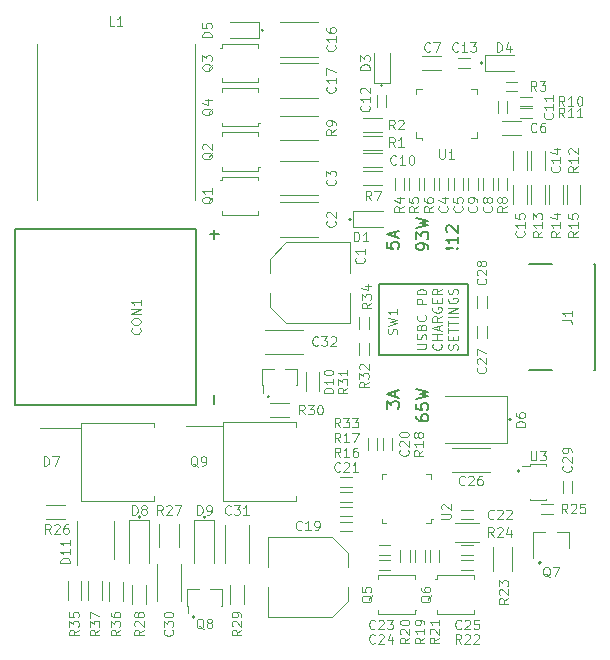
<source format=gto>
G04 #@! TF.FileFunction,Legend,Top*
%FSLAX46Y46*%
G04 Gerber Fmt 4.6, Leading zero omitted, Abs format (unit mm)*
G04 Created by KiCad (PCBNEW (2016-11-21 revision f7cc0a9)-makepkg) date 06/05/17 10:20:09*
%MOMM*%
%LPD*%
G01*
G04 APERTURE LIST*
%ADD10C,0.100000*%
%ADD11C,0.120000*%
%ADD12C,0.150000*%
%ADD13C,0.200000*%
G04 APERTURE END LIST*
D10*
D11*
X133241904Y-80214285D02*
X133889523Y-80214285D01*
X133965714Y-80176190D01*
X134003809Y-80138095D01*
X134041904Y-80061904D01*
X134041904Y-79909523D01*
X134003809Y-79833333D01*
X133965714Y-79795238D01*
X133889523Y-79757142D01*
X133241904Y-79757142D01*
X134003809Y-79414285D02*
X134041904Y-79300000D01*
X134041904Y-79109523D01*
X134003809Y-79033333D01*
X133965714Y-78995238D01*
X133889523Y-78957142D01*
X133813333Y-78957142D01*
X133737142Y-78995238D01*
X133699047Y-79033333D01*
X133660952Y-79109523D01*
X133622857Y-79261904D01*
X133584761Y-79338095D01*
X133546666Y-79376190D01*
X133470476Y-79414285D01*
X133394285Y-79414285D01*
X133318095Y-79376190D01*
X133280000Y-79338095D01*
X133241904Y-79261904D01*
X133241904Y-79071428D01*
X133280000Y-78957142D01*
X133622857Y-78347619D02*
X133660952Y-78233333D01*
X133699047Y-78195238D01*
X133775238Y-78157142D01*
X133889523Y-78157142D01*
X133965714Y-78195238D01*
X134003809Y-78233333D01*
X134041904Y-78309523D01*
X134041904Y-78614285D01*
X133241904Y-78614285D01*
X133241904Y-78347619D01*
X133280000Y-78271428D01*
X133318095Y-78233333D01*
X133394285Y-78195238D01*
X133470476Y-78195238D01*
X133546666Y-78233333D01*
X133584761Y-78271428D01*
X133622857Y-78347619D01*
X133622857Y-78614285D01*
X133965714Y-77357142D02*
X134003809Y-77395238D01*
X134041904Y-77509523D01*
X134041904Y-77585714D01*
X134003809Y-77700000D01*
X133927619Y-77776190D01*
X133851428Y-77814285D01*
X133699047Y-77852380D01*
X133584761Y-77852380D01*
X133432380Y-77814285D01*
X133356190Y-77776190D01*
X133280000Y-77700000D01*
X133241904Y-77585714D01*
X133241904Y-77509523D01*
X133280000Y-77395238D01*
X133318095Y-77357142D01*
X134041904Y-76404761D02*
X133241904Y-76404761D01*
X133241904Y-76100000D01*
X133280000Y-76023809D01*
X133318095Y-75985714D01*
X133394285Y-75947619D01*
X133508571Y-75947619D01*
X133584761Y-75985714D01*
X133622857Y-76023809D01*
X133660952Y-76100000D01*
X133660952Y-76404761D01*
X134041904Y-75604761D02*
X133241904Y-75604761D01*
X133241904Y-75414285D01*
X133280000Y-75300000D01*
X133356190Y-75223809D01*
X133432380Y-75185714D01*
X133584761Y-75147619D01*
X133699047Y-75147619D01*
X133851428Y-75185714D01*
X133927619Y-75223809D01*
X134003809Y-75300000D01*
X134041904Y-75414285D01*
X134041904Y-75604761D01*
X135285714Y-79776190D02*
X135323809Y-79814285D01*
X135361904Y-79928571D01*
X135361904Y-80004761D01*
X135323809Y-80119047D01*
X135247619Y-80195238D01*
X135171428Y-80233333D01*
X135019047Y-80271428D01*
X134904761Y-80271428D01*
X134752380Y-80233333D01*
X134676190Y-80195238D01*
X134600000Y-80119047D01*
X134561904Y-80004761D01*
X134561904Y-79928571D01*
X134600000Y-79814285D01*
X134638095Y-79776190D01*
X135361904Y-79433333D02*
X134561904Y-79433333D01*
X134942857Y-79433333D02*
X134942857Y-78976190D01*
X135361904Y-78976190D02*
X134561904Y-78976190D01*
X135133333Y-78633333D02*
X135133333Y-78252380D01*
X135361904Y-78709523D02*
X134561904Y-78442857D01*
X135361904Y-78176190D01*
X135361904Y-77452380D02*
X134980952Y-77719047D01*
X135361904Y-77909523D02*
X134561904Y-77909523D01*
X134561904Y-77604761D01*
X134600000Y-77528571D01*
X134638095Y-77490476D01*
X134714285Y-77452380D01*
X134828571Y-77452380D01*
X134904761Y-77490476D01*
X134942857Y-77528571D01*
X134980952Y-77604761D01*
X134980952Y-77909523D01*
X134600000Y-76690476D02*
X134561904Y-76766666D01*
X134561904Y-76880952D01*
X134600000Y-76995238D01*
X134676190Y-77071428D01*
X134752380Y-77109523D01*
X134904761Y-77147619D01*
X135019047Y-77147619D01*
X135171428Y-77109523D01*
X135247619Y-77071428D01*
X135323809Y-76995238D01*
X135361904Y-76880952D01*
X135361904Y-76804761D01*
X135323809Y-76690476D01*
X135285714Y-76652380D01*
X135019047Y-76652380D01*
X135019047Y-76804761D01*
X134942857Y-76309523D02*
X134942857Y-76042857D01*
X135361904Y-75928571D02*
X135361904Y-76309523D01*
X134561904Y-76309523D01*
X134561904Y-75928571D01*
X135361904Y-75128571D02*
X134980952Y-75395238D01*
X135361904Y-75585714D02*
X134561904Y-75585714D01*
X134561904Y-75280952D01*
X134600000Y-75204761D01*
X134638095Y-75166666D01*
X134714285Y-75128571D01*
X134828571Y-75128571D01*
X134904761Y-75166666D01*
X134942857Y-75204761D01*
X134980952Y-75280952D01*
X134980952Y-75585714D01*
X136643809Y-80290476D02*
X136681904Y-80176190D01*
X136681904Y-79985714D01*
X136643809Y-79909523D01*
X136605714Y-79871428D01*
X136529523Y-79833333D01*
X136453333Y-79833333D01*
X136377142Y-79871428D01*
X136339047Y-79909523D01*
X136300952Y-79985714D01*
X136262857Y-80138095D01*
X136224761Y-80214285D01*
X136186666Y-80252380D01*
X136110476Y-80290476D01*
X136034285Y-80290476D01*
X135958095Y-80252380D01*
X135920000Y-80214285D01*
X135881904Y-80138095D01*
X135881904Y-79947619D01*
X135920000Y-79833333D01*
X136262857Y-79490476D02*
X136262857Y-79223809D01*
X136681904Y-79109523D02*
X136681904Y-79490476D01*
X135881904Y-79490476D01*
X135881904Y-79109523D01*
X135881904Y-78880952D02*
X135881904Y-78423809D01*
X136681904Y-78652380D02*
X135881904Y-78652380D01*
X135881904Y-78271428D02*
X135881904Y-77814285D01*
X136681904Y-78042857D02*
X135881904Y-78042857D01*
X136681904Y-77547619D02*
X135881904Y-77547619D01*
X136681904Y-77166666D02*
X135881904Y-77166666D01*
X136681904Y-76709523D01*
X135881904Y-76709523D01*
X135920000Y-75909523D02*
X135881904Y-75985714D01*
X135881904Y-76100000D01*
X135920000Y-76214285D01*
X135996190Y-76290476D01*
X136072380Y-76328571D01*
X136224761Y-76366666D01*
X136339047Y-76366666D01*
X136491428Y-76328571D01*
X136567619Y-76290476D01*
X136643809Y-76214285D01*
X136681904Y-76100000D01*
X136681904Y-76023809D01*
X136643809Y-75909523D01*
X136605714Y-75871428D01*
X136339047Y-75871428D01*
X136339047Y-76023809D01*
X136643809Y-75566666D02*
X136681904Y-75452380D01*
X136681904Y-75261904D01*
X136643809Y-75185714D01*
X136605714Y-75147619D01*
X136529523Y-75109523D01*
X136453333Y-75109523D01*
X136377142Y-75147619D01*
X136339047Y-75185714D01*
X136300952Y-75261904D01*
X136262857Y-75414285D01*
X136224761Y-75490476D01*
X136186666Y-75528571D01*
X136110476Y-75566666D01*
X136034285Y-75566666D01*
X135958095Y-75528571D01*
X135920000Y-75490476D01*
X135881904Y-75414285D01*
X135881904Y-75223809D01*
X135920000Y-75109523D01*
D12*
X136607142Y-71702380D02*
X136654761Y-71654761D01*
X136702380Y-71702380D01*
X136654761Y-71750000D01*
X136607142Y-71702380D01*
X136702380Y-71702380D01*
X136321428Y-71702380D02*
X135750000Y-71750000D01*
X135702380Y-71702380D01*
X135750000Y-71654761D01*
X136321428Y-71702380D01*
X135702380Y-71702380D01*
X136702380Y-70702380D02*
X136702380Y-71273809D01*
X136702380Y-70988095D02*
X135702380Y-70988095D01*
X135845238Y-71083333D01*
X135940476Y-71178571D01*
X135988095Y-71273809D01*
X135797619Y-70321428D02*
X135750000Y-70273809D01*
X135702380Y-70178571D01*
X135702380Y-69940476D01*
X135750000Y-69845238D01*
X135797619Y-69797619D01*
X135892857Y-69750000D01*
X135988095Y-69750000D01*
X136130952Y-69797619D01*
X136702380Y-70369047D01*
X136702380Y-69750000D01*
X130702380Y-71190476D02*
X130702380Y-71666666D01*
X131178571Y-71714285D01*
X131130952Y-71666666D01*
X131083333Y-71571428D01*
X131083333Y-71333333D01*
X131130952Y-71238095D01*
X131178571Y-71190476D01*
X131273809Y-71142857D01*
X131511904Y-71142857D01*
X131607142Y-71190476D01*
X131654761Y-71238095D01*
X131702380Y-71333333D01*
X131702380Y-71571428D01*
X131654761Y-71666666D01*
X131607142Y-71714285D01*
X131416666Y-70761904D02*
X131416666Y-70285714D01*
X131702380Y-70857142D02*
X130702380Y-70523809D01*
X131702380Y-70190476D01*
X130702380Y-85261904D02*
X130702380Y-84642857D01*
X131083333Y-84976190D01*
X131083333Y-84833333D01*
X131130952Y-84738095D01*
X131178571Y-84690476D01*
X131273809Y-84642857D01*
X131511904Y-84642857D01*
X131607142Y-84690476D01*
X131654761Y-84738095D01*
X131702380Y-84833333D01*
X131702380Y-85119047D01*
X131654761Y-85214285D01*
X131607142Y-85261904D01*
X131416666Y-84261904D02*
X131416666Y-83785714D01*
X131702380Y-84357142D02*
X130702380Y-84023809D01*
X131702380Y-83690476D01*
X134202380Y-71738095D02*
X134202380Y-71547619D01*
X134154761Y-71452380D01*
X134107142Y-71404761D01*
X133964285Y-71309523D01*
X133773809Y-71261904D01*
X133392857Y-71261904D01*
X133297619Y-71309523D01*
X133250000Y-71357142D01*
X133202380Y-71452380D01*
X133202380Y-71642857D01*
X133250000Y-71738095D01*
X133297619Y-71785714D01*
X133392857Y-71833333D01*
X133630952Y-71833333D01*
X133726190Y-71785714D01*
X133773809Y-71738095D01*
X133821428Y-71642857D01*
X133821428Y-71452380D01*
X133773809Y-71357142D01*
X133726190Y-71309523D01*
X133630952Y-71261904D01*
X133202380Y-70928571D02*
X133202380Y-70309523D01*
X133583333Y-70642857D01*
X133583333Y-70500000D01*
X133630952Y-70404761D01*
X133678571Y-70357142D01*
X133773809Y-70309523D01*
X134011904Y-70309523D01*
X134107142Y-70357142D01*
X134154761Y-70404761D01*
X134202380Y-70500000D01*
X134202380Y-70785714D01*
X134154761Y-70880952D01*
X134107142Y-70928571D01*
X133202380Y-69976190D02*
X134202380Y-69738095D01*
X133488095Y-69547619D01*
X134202380Y-69357142D01*
X133202380Y-69119047D01*
X133202380Y-85857142D02*
X133202380Y-86047619D01*
X133250000Y-86142857D01*
X133297619Y-86190476D01*
X133440476Y-86285714D01*
X133630952Y-86333333D01*
X134011904Y-86333333D01*
X134107142Y-86285714D01*
X134154761Y-86238095D01*
X134202380Y-86142857D01*
X134202380Y-85952380D01*
X134154761Y-85857142D01*
X134107142Y-85809523D01*
X134011904Y-85761904D01*
X133773809Y-85761904D01*
X133678571Y-85809523D01*
X133630952Y-85857142D01*
X133583333Y-85952380D01*
X133583333Y-86142857D01*
X133630952Y-86238095D01*
X133678571Y-86285714D01*
X133773809Y-86333333D01*
X133202380Y-84857142D02*
X133202380Y-85333333D01*
X133678571Y-85380952D01*
X133630952Y-85333333D01*
X133583333Y-85238095D01*
X133583333Y-85000000D01*
X133630952Y-84904761D01*
X133678571Y-84857142D01*
X133773809Y-84809523D01*
X134011904Y-84809523D01*
X134107142Y-84857142D01*
X134154761Y-84904761D01*
X134202380Y-85000000D01*
X134202380Y-85238095D01*
X134154761Y-85333333D01*
X134107142Y-85380952D01*
X133202380Y-84476190D02*
X134202380Y-84238095D01*
X133488095Y-84047619D01*
X134202380Y-83857142D01*
X133202380Y-83619047D01*
D10*
X124850000Y-70710000D02*
X121650000Y-70710000D01*
X124850000Y-67790000D02*
X121650000Y-67790000D01*
X124850000Y-67210000D02*
X121650000Y-67210000D01*
X124850000Y-64290000D02*
X121650000Y-64290000D01*
X124850000Y-55460000D02*
X121650000Y-55460000D01*
X124850000Y-52540000D02*
X121650000Y-52540000D01*
X124850000Y-58960000D02*
X121650000Y-58960000D01*
X124850000Y-56040000D02*
X121650000Y-56040000D01*
D11*
X133170000Y-58170000D02*
X133170000Y-58670000D01*
X133670000Y-58170000D02*
X133170000Y-58170000D01*
X138330000Y-58170000D02*
X138330000Y-58670000D01*
X137830000Y-58170000D02*
X138330000Y-58170000D01*
X138330000Y-62330000D02*
X138330000Y-61830000D01*
X137830000Y-62330000D02*
X138330000Y-62330000D01*
X133170000Y-62330000D02*
X133170000Y-61830000D01*
X133670000Y-62330000D02*
X133170000Y-62330000D01*
X133670000Y-62330000D02*
X133670000Y-62505000D01*
X130255185Y-94991523D02*
X130625185Y-94991523D01*
X130255185Y-94621523D02*
X130255185Y-94991523D01*
X130255185Y-90831523D02*
X130625185Y-90831523D01*
X130255185Y-91201523D02*
X130255185Y-90831523D01*
X134415185Y-90831523D02*
X134045185Y-90831523D01*
X134415185Y-91201523D02*
X134415185Y-90831523D01*
X134415185Y-94991523D02*
X134045185Y-94991523D01*
X134415185Y-94621523D02*
X134415185Y-94991523D01*
X134415185Y-94621523D02*
X134595185Y-94621523D01*
D12*
X99250000Y-85000000D02*
X114500000Y-85000000D01*
X99250000Y-70050000D02*
X99250000Y-85000000D01*
X114500000Y-70050000D02*
X99250000Y-70050000D01*
X114500000Y-85000000D02*
X114500000Y-70050000D01*
D10*
X123007500Y-86380000D02*
X123007500Y-86805000D01*
X116787500Y-86380000D02*
X123007500Y-86380000D01*
X116787500Y-93120000D02*
X116787500Y-86380000D01*
X123007500Y-93120000D02*
X116787500Y-93120000D01*
X123007500Y-92695000D02*
X123007500Y-93120000D01*
X113700000Y-86720000D02*
X116790000Y-86720000D01*
D11*
X110970000Y-86450000D02*
X110970000Y-86840000D01*
X104770000Y-86450000D02*
X110970000Y-86450000D01*
X104770000Y-93050000D02*
X104770000Y-86450000D01*
X110970000Y-93050000D02*
X104770000Y-93050000D01*
X110970000Y-92660000D02*
X110970000Y-93050000D01*
X101360000Y-86890000D02*
X104770000Y-86890000D01*
D12*
X137550000Y-74750000D02*
X137550000Y-80750000D01*
X130030000Y-74750000D02*
X137550000Y-74750000D01*
X130030000Y-74750000D02*
X130030000Y-80750000D01*
X130030000Y-80750000D02*
X137550000Y-80750000D01*
X144700000Y-82000000D02*
X142700000Y-82000000D01*
X144700000Y-73000000D02*
X142700000Y-73000000D01*
X148330000Y-82000000D02*
X148200000Y-82000000D01*
X148330000Y-73000000D02*
X148330000Y-82000000D01*
X148200000Y-73000000D02*
X148330000Y-73000000D01*
D10*
X116700000Y-65950000D02*
X116550000Y-65950000D01*
X119800000Y-65620000D02*
X119800000Y-65950000D01*
X116700000Y-65620000D02*
X119800000Y-65620000D01*
X116700000Y-65950000D02*
X116700000Y-65620000D01*
X119800000Y-68880000D02*
X119800000Y-68550000D01*
X116700000Y-68880000D02*
X119800000Y-68880000D01*
X116700000Y-68550000D02*
X116700000Y-68880000D01*
X119800000Y-64800000D02*
X119950000Y-64800000D01*
X116700000Y-65130000D02*
X116700000Y-64800000D01*
X119800000Y-65130000D02*
X116700000Y-65130000D01*
X119800000Y-64800000D02*
X119800000Y-65130000D01*
X116700000Y-61870000D02*
X116700000Y-62200000D01*
X119800000Y-61870000D02*
X116700000Y-61870000D01*
X119800000Y-62200000D02*
X119800000Y-61870000D01*
X116700000Y-54700000D02*
X116550000Y-54700000D01*
X119800000Y-54370000D02*
X119800000Y-54700000D01*
X116700000Y-54370000D02*
X119800000Y-54370000D01*
X116700000Y-54700000D02*
X116700000Y-54370000D01*
X119800000Y-57630000D02*
X119800000Y-57300000D01*
X116700000Y-57630000D02*
X119800000Y-57630000D01*
X116700000Y-57300000D02*
X116700000Y-57630000D01*
X133050000Y-102300000D02*
X133200000Y-102300000D01*
X129950000Y-102630000D02*
X129950000Y-102300000D01*
X133050000Y-102630000D02*
X129950000Y-102630000D01*
X133050000Y-102300000D02*
X133050000Y-102630000D01*
X129950000Y-99370000D02*
X129950000Y-99700000D01*
X133050000Y-99370000D02*
X129950000Y-99370000D01*
X133050000Y-99700000D02*
X133050000Y-99370000D01*
X134950000Y-99700000D02*
X134800000Y-99700000D01*
X138050000Y-99370000D02*
X138050000Y-99700000D01*
X134950000Y-99370000D02*
X138050000Y-99370000D01*
X134950000Y-99700000D02*
X134950000Y-99370000D01*
X138050000Y-102630000D02*
X138050000Y-102300000D01*
X134950000Y-102630000D02*
X138050000Y-102630000D01*
X134950000Y-102300000D02*
X134950000Y-102630000D01*
X119800000Y-61050000D02*
X119950000Y-61050000D01*
X116700000Y-61380000D02*
X116700000Y-61050000D01*
X119800000Y-61380000D02*
X116700000Y-61380000D01*
X119800000Y-61050000D02*
X119800000Y-61380000D01*
X116700000Y-58120000D02*
X116700000Y-58450000D01*
X119800000Y-58120000D02*
X116700000Y-58120000D01*
X119800000Y-58450000D02*
X119800000Y-58120000D01*
D11*
X101050000Y-67600000D02*
X101050000Y-54400000D01*
X114450000Y-67600000D02*
X114450000Y-54400000D01*
D10*
X107575000Y-98000000D02*
X107575000Y-94800000D01*
X104425000Y-98475000D02*
X104425000Y-94800000D01*
X139150000Y-75750000D02*
X139150000Y-76750000D01*
X138350000Y-75750000D02*
X138350000Y-76750000D01*
X119910000Y-52570000D02*
X117400000Y-52570000D01*
X119910000Y-53930000D02*
X119910000Y-52570000D01*
X117400000Y-53930000D02*
X119910000Y-53930000D01*
D12*
X120235000Y-53250000D02*
G75*
G03X120235000Y-53250000I-75000J0D01*
G01*
D10*
X127840000Y-69930000D02*
X130350000Y-69930000D01*
X127840000Y-68570000D02*
X127840000Y-69930000D01*
X130350000Y-68570000D02*
X127840000Y-68570000D01*
D12*
X127665000Y-69250000D02*
G75*
G03X127665000Y-69250000I-75000J0D01*
G01*
D10*
X130930000Y-57660000D02*
X130930000Y-55150000D01*
X129570000Y-57660000D02*
X130930000Y-57660000D01*
X129570000Y-55150000D02*
X129570000Y-57660000D01*
D12*
X130325000Y-57910000D02*
G75*
G03X130325000Y-57910000I-75000J0D01*
G01*
D10*
X138970000Y-56680000D02*
X141480000Y-56680000D01*
X138970000Y-55320000D02*
X138970000Y-56680000D01*
X141480000Y-55320000D02*
X138970000Y-55320000D01*
D12*
X138795000Y-56000000D02*
G75*
G03X138795000Y-56000000I-75000J0D01*
G01*
X120725000Y-84265000D02*
G75*
G03X120725000Y-84265000I-75000J0D01*
G01*
D10*
X120215000Y-83965000D02*
X120215000Y-83300000D01*
X120215000Y-83300000D02*
X120100000Y-83300000D01*
X120100000Y-83300000D02*
X120100000Y-81900000D01*
X120100000Y-81900000D02*
X121165000Y-81900000D01*
X122985000Y-83300000D02*
X123100000Y-83300000D01*
X123100000Y-83300000D02*
X123100000Y-81900000D01*
X123100000Y-81900000D02*
X122035000Y-81900000D01*
X116750000Y-100550000D02*
X115685000Y-100550000D01*
X116750000Y-101950000D02*
X116750000Y-100550000D01*
X116635000Y-101950000D02*
X116750000Y-101950000D01*
X113750000Y-100550000D02*
X114815000Y-100550000D01*
X113750000Y-101950000D02*
X113750000Y-100550000D01*
X113865000Y-101950000D02*
X113750000Y-101950000D01*
X113865000Y-102615000D02*
X113865000Y-101950000D01*
D12*
X114375000Y-102915000D02*
G75*
G03X114375000Y-102915000I-75000J0D01*
G01*
D10*
X140855000Y-84230000D02*
X135640000Y-84230000D01*
X140855000Y-88170000D02*
X140855000Y-84230000D01*
X135640000Y-88170000D02*
X140855000Y-88170000D01*
D12*
X141180000Y-86200000D02*
G75*
G03X141180000Y-86200000I-75000J0D01*
G01*
D10*
X108900000Y-94720000D02*
X108900000Y-98350000D01*
X110600000Y-94720000D02*
X108900000Y-94720000D01*
X110600000Y-98350000D02*
X110600000Y-94720000D01*
D12*
X109825000Y-94470000D02*
G75*
G03X109825000Y-94470000I-75000J0D01*
G01*
D10*
X114400000Y-94720000D02*
X114400000Y-98350000D01*
X116100000Y-94720000D02*
X114400000Y-94720000D01*
X116100000Y-98350000D02*
X116100000Y-94720000D01*
D12*
X115325000Y-94470000D02*
G75*
G03X115325000Y-94470000I-75000J0D01*
G01*
D10*
X139690000Y-99000000D02*
X139690000Y-97000000D01*
X141310000Y-99000000D02*
X141310000Y-97000000D01*
X136500000Y-94940000D02*
X138500000Y-94940000D01*
X136500000Y-96560000D02*
X138500000Y-96560000D01*
X111440000Y-97000000D02*
X111440000Y-95000000D01*
X113060000Y-97000000D02*
X113060000Y-95000000D01*
X121650000Y-60515000D02*
X124850000Y-60515000D01*
X121650000Y-62485000D02*
X124850000Y-62485000D01*
X111265000Y-101600000D02*
X111265000Y-98400000D01*
X113235000Y-101600000D02*
X113235000Y-98400000D01*
X117015000Y-98350000D02*
X117015000Y-95150000D01*
X118985000Y-98350000D02*
X118985000Y-95150000D01*
X130300000Y-63340000D02*
X128700000Y-63340000D01*
X130300000Y-62160000D02*
X128700000Y-62160000D01*
X128700000Y-60660000D02*
X130300000Y-60660000D01*
X128700000Y-61840000D02*
X130300000Y-61840000D01*
X130300000Y-66340000D02*
X128700000Y-66340000D01*
X130300000Y-65160000D02*
X128700000Y-65160000D01*
X142910000Y-65050000D02*
X142910000Y-63450000D01*
X144090000Y-65050000D02*
X144090000Y-63450000D01*
X142910000Y-67975000D02*
X142910000Y-66375000D01*
X144090000Y-67975000D02*
X144090000Y-66375000D01*
X144410000Y-67975000D02*
X144410000Y-66375000D01*
X145590000Y-67975000D02*
X145590000Y-66375000D01*
X145910000Y-67975000D02*
X145910000Y-66375000D01*
X147090000Y-67975000D02*
X147090000Y-66375000D01*
X101875000Y-93410000D02*
X103475000Y-93410000D01*
X101875000Y-94590000D02*
X103475000Y-94590000D01*
X109160000Y-101800000D02*
X109160000Y-100200000D01*
X110340000Y-101800000D02*
X110340000Y-100200000D01*
X117410000Y-101800000D02*
X117410000Y-100200000D01*
X118590000Y-101800000D02*
X118590000Y-100200000D01*
X124990000Y-83800000D02*
X124990000Y-82200000D01*
X123810000Y-83800000D02*
X123810000Y-82200000D01*
X122400000Y-85990000D02*
X120800000Y-85990000D01*
X122400000Y-84810000D02*
X120800000Y-84810000D01*
X127750000Y-94400000D02*
X126750000Y-94400000D01*
X127750000Y-93600000D02*
X126750000Y-93600000D01*
X126750000Y-93150000D02*
X127750000Y-93150000D01*
X126750000Y-92350000D02*
X127750000Y-92350000D01*
X131150000Y-88750000D02*
X131150000Y-87750000D01*
X130350000Y-88750000D02*
X130350000Y-87750000D01*
X133900000Y-97250000D02*
X133900000Y-98250000D01*
X133100000Y-97250000D02*
X133100000Y-98250000D01*
X131850000Y-98250000D02*
X131850000Y-97250000D01*
X132650000Y-98250000D02*
X132650000Y-97250000D01*
X135150000Y-97250000D02*
X135150000Y-98250000D01*
X134350000Y-97250000D02*
X134350000Y-98250000D01*
X141750000Y-58400000D02*
X140750000Y-58400000D01*
X141750000Y-57600000D02*
X140750000Y-57600000D01*
X142000000Y-58850000D02*
X143000000Y-58850000D01*
X142000000Y-59650000D02*
X143000000Y-59650000D01*
X142000000Y-59850000D02*
X143000000Y-59850000D01*
X142000000Y-60650000D02*
X143000000Y-60650000D01*
X137000000Y-98100000D02*
X138000000Y-98100000D01*
X137000000Y-98900000D02*
X138000000Y-98900000D01*
X131350000Y-66750000D02*
X131350000Y-65750000D01*
X132150000Y-66750000D02*
X132150000Y-65750000D01*
X132600000Y-66750000D02*
X132600000Y-65750000D01*
X133400000Y-66750000D02*
X133400000Y-65750000D01*
X133850000Y-66750000D02*
X133850000Y-65750000D01*
X134650000Y-66750000D02*
X134650000Y-65750000D01*
X140900000Y-65750000D02*
X140900000Y-66750000D01*
X140100000Y-65750000D02*
X140100000Y-66750000D01*
X143750000Y-93350000D02*
X144750000Y-93350000D01*
X143750000Y-94150000D02*
X144750000Y-94150000D01*
X120400000Y-80610000D02*
X123600000Y-80610000D01*
X120400000Y-78590000D02*
X123600000Y-78590000D01*
X142050000Y-62085000D02*
X140450000Y-62085000D01*
X142050000Y-60915000D02*
X140450000Y-60915000D01*
X135300000Y-56585000D02*
X133700000Y-56585000D01*
X135300000Y-55415000D02*
X133700000Y-55415000D01*
X130300000Y-64835000D02*
X128700000Y-64835000D01*
X130300000Y-63665000D02*
X128700000Y-63665000D01*
X141415000Y-65050000D02*
X141415000Y-63450000D01*
X142585000Y-65050000D02*
X142585000Y-63450000D01*
X141415000Y-67955000D02*
X141415000Y-66355000D01*
X142585000Y-67955000D02*
X142585000Y-66355000D01*
X140100000Y-60250000D02*
X140100000Y-59250000D01*
X140900000Y-60250000D02*
X140900000Y-59250000D01*
X126750000Y-94850000D02*
X127750000Y-94850000D01*
X126750000Y-95650000D02*
X127750000Y-95650000D01*
X138000000Y-93850000D02*
X137000000Y-93850000D01*
X138000000Y-94650000D02*
X137000000Y-94650000D01*
X130000000Y-96850000D02*
X131000000Y-96850000D01*
X130000000Y-97650000D02*
X131000000Y-97650000D01*
X130000000Y-98100000D02*
X131000000Y-98100000D01*
X130000000Y-98900000D02*
X131000000Y-98900000D01*
X135100000Y-66750000D02*
X135100000Y-65750000D01*
X135900000Y-66750000D02*
X135900000Y-65750000D01*
X136350000Y-66750000D02*
X136350000Y-65750000D01*
X137150000Y-66750000D02*
X137150000Y-65750000D01*
X129850000Y-59750000D02*
X129850000Y-58750000D01*
X130650000Y-59750000D02*
X130650000Y-58750000D01*
X137750000Y-56400000D02*
X136750000Y-56400000D01*
X137750000Y-55600000D02*
X136750000Y-55600000D01*
X145600000Y-92405000D02*
X145600000Y-91405000D01*
X146400000Y-92405000D02*
X146400000Y-91405000D01*
X139650000Y-65750000D02*
X139650000Y-66750000D01*
X138850000Y-65750000D02*
X138850000Y-66750000D01*
X137600000Y-66750000D02*
X137600000Y-65750000D01*
X138400000Y-66750000D02*
X138400000Y-65750000D01*
X129900000Y-87750000D02*
X129900000Y-88750000D01*
X129100000Y-87750000D02*
X129100000Y-88750000D01*
X138350000Y-79250000D02*
X138350000Y-78250000D01*
X139150000Y-79250000D02*
X139150000Y-78250000D01*
X138000000Y-97650000D02*
X137000000Y-97650000D01*
X138000000Y-96850000D02*
X137000000Y-96850000D01*
X120800000Y-76640000D02*
X120800000Y-75440000D01*
X122160000Y-78000000D02*
X120800000Y-76640000D01*
X127600000Y-78000000D02*
X122160000Y-78000000D01*
X127600000Y-75440000D02*
X127600000Y-78000000D01*
X120800000Y-72560000D02*
X120800000Y-73760000D01*
X122160000Y-71200000D02*
X120800000Y-72560000D01*
X127600000Y-71200000D02*
X122160000Y-71200000D01*
X127600000Y-73760000D02*
X127600000Y-71200000D01*
X127400000Y-97460000D02*
X127400000Y-98660000D01*
X126040000Y-96100000D02*
X127400000Y-97460000D01*
X120600000Y-96100000D02*
X126040000Y-96100000D01*
X120600000Y-98660000D02*
X120600000Y-96100000D01*
X127400000Y-101540000D02*
X127400000Y-100340000D01*
X126040000Y-102900000D02*
X127400000Y-101540000D01*
X120600000Y-102900000D02*
X126040000Y-102900000D01*
X120600000Y-100340000D02*
X120600000Y-102900000D01*
D12*
X141910000Y-90550000D02*
G75*
G03X141910000Y-90550000I-75000J0D01*
G01*
D10*
X142135000Y-90115000D02*
X142800000Y-90115000D01*
X142800000Y-90115000D02*
X142800000Y-90000000D01*
X142800000Y-90000000D02*
X144200000Y-90000000D01*
X144200000Y-90000000D02*
X144200000Y-90115000D01*
X142800000Y-92885000D02*
X142800000Y-93000000D01*
X142800000Y-93000000D02*
X144200000Y-93000000D01*
X144200000Y-93000000D02*
X144200000Y-92885000D01*
X128350000Y-79750000D02*
X128350000Y-80750000D01*
X129150000Y-79750000D02*
X129150000Y-80750000D01*
X127750000Y-91900000D02*
X126750000Y-91900000D01*
X127750000Y-91100000D02*
X126750000Y-91100000D01*
X129150000Y-78500000D02*
X129150000Y-77500000D01*
X128350000Y-78500000D02*
X128350000Y-77500000D01*
X136200000Y-90610000D02*
X139400000Y-90610000D01*
X136200000Y-88590000D02*
X139400000Y-88590000D01*
D13*
X143750000Y-98335000D02*
G75*
G03X143750000Y-98335000I-100000J0D01*
G01*
D11*
X143100000Y-97955000D02*
X143100000Y-95700000D01*
X143100000Y-95700000D02*
X144115000Y-95700000D01*
X146100000Y-97100000D02*
X146100000Y-95700000D01*
X146100000Y-95700000D02*
X145085000Y-95700000D01*
D10*
X103660000Y-101500000D02*
X103660000Y-99900000D01*
X104840000Y-101500000D02*
X104840000Y-99900000D01*
X108340000Y-101550000D02*
X108340000Y-99950000D01*
X107160000Y-101550000D02*
X107160000Y-99950000D01*
X106590000Y-101500000D02*
X106590000Y-99900000D01*
X105410000Y-101500000D02*
X105410000Y-99900000D01*
D11*
X126285714Y-69383333D02*
X126323809Y-69421428D01*
X126361904Y-69535714D01*
X126361904Y-69611904D01*
X126323809Y-69726190D01*
X126247619Y-69802380D01*
X126171428Y-69840476D01*
X126019047Y-69878571D01*
X125904761Y-69878571D01*
X125752380Y-69840476D01*
X125676190Y-69802380D01*
X125600000Y-69726190D01*
X125561904Y-69611904D01*
X125561904Y-69535714D01*
X125600000Y-69421428D01*
X125638095Y-69383333D01*
X125638095Y-69078571D02*
X125600000Y-69040476D01*
X125561904Y-68964285D01*
X125561904Y-68773809D01*
X125600000Y-68697619D01*
X125638095Y-68659523D01*
X125714285Y-68621428D01*
X125790476Y-68621428D01*
X125904761Y-68659523D01*
X126361904Y-69116666D01*
X126361904Y-68621428D01*
X126285714Y-65883333D02*
X126323809Y-65921428D01*
X126361904Y-66035714D01*
X126361904Y-66111904D01*
X126323809Y-66226190D01*
X126247619Y-66302380D01*
X126171428Y-66340476D01*
X126019047Y-66378571D01*
X125904761Y-66378571D01*
X125752380Y-66340476D01*
X125676190Y-66302380D01*
X125600000Y-66226190D01*
X125561904Y-66111904D01*
X125561904Y-66035714D01*
X125600000Y-65921428D01*
X125638095Y-65883333D01*
X125561904Y-65616666D02*
X125561904Y-65121428D01*
X125866666Y-65388095D01*
X125866666Y-65273809D01*
X125904761Y-65197619D01*
X125942857Y-65159523D01*
X126019047Y-65121428D01*
X126209523Y-65121428D01*
X126285714Y-65159523D01*
X126323809Y-65197619D01*
X126361904Y-65273809D01*
X126361904Y-65502380D01*
X126323809Y-65578571D01*
X126285714Y-65616666D01*
X126285714Y-54514285D02*
X126323809Y-54552380D01*
X126361904Y-54666666D01*
X126361904Y-54742857D01*
X126323809Y-54857142D01*
X126247619Y-54933333D01*
X126171428Y-54971428D01*
X126019047Y-55009523D01*
X125904761Y-55009523D01*
X125752380Y-54971428D01*
X125676190Y-54933333D01*
X125600000Y-54857142D01*
X125561904Y-54742857D01*
X125561904Y-54666666D01*
X125600000Y-54552380D01*
X125638095Y-54514285D01*
X126361904Y-53752380D02*
X126361904Y-54209523D01*
X126361904Y-53980952D02*
X125561904Y-53980952D01*
X125676190Y-54057142D01*
X125752380Y-54133333D01*
X125790476Y-54209523D01*
X125561904Y-53066666D02*
X125561904Y-53219047D01*
X125600000Y-53295238D01*
X125638095Y-53333333D01*
X125752380Y-53409523D01*
X125904761Y-53447619D01*
X126209523Y-53447619D01*
X126285714Y-53409523D01*
X126323809Y-53371428D01*
X126361904Y-53295238D01*
X126361904Y-53142857D01*
X126323809Y-53066666D01*
X126285714Y-53028571D01*
X126209523Y-52990476D01*
X126019047Y-52990476D01*
X125942857Y-53028571D01*
X125904761Y-53066666D01*
X125866666Y-53142857D01*
X125866666Y-53295238D01*
X125904761Y-53371428D01*
X125942857Y-53409523D01*
X126019047Y-53447619D01*
X126285714Y-58014285D02*
X126323809Y-58052380D01*
X126361904Y-58166666D01*
X126361904Y-58242857D01*
X126323809Y-58357142D01*
X126247619Y-58433333D01*
X126171428Y-58471428D01*
X126019047Y-58509523D01*
X125904761Y-58509523D01*
X125752380Y-58471428D01*
X125676190Y-58433333D01*
X125600000Y-58357142D01*
X125561904Y-58242857D01*
X125561904Y-58166666D01*
X125600000Y-58052380D01*
X125638095Y-58014285D01*
X126361904Y-57252380D02*
X126361904Y-57709523D01*
X126361904Y-57480952D02*
X125561904Y-57480952D01*
X125676190Y-57557142D01*
X125752380Y-57633333D01*
X125790476Y-57709523D01*
X125561904Y-56985714D02*
X125561904Y-56452380D01*
X126361904Y-56795238D01*
X135140476Y-63311904D02*
X135140476Y-63959523D01*
X135178571Y-64035714D01*
X135216666Y-64073809D01*
X135292857Y-64111904D01*
X135445238Y-64111904D01*
X135521428Y-64073809D01*
X135559523Y-64035714D01*
X135597619Y-63959523D01*
X135597619Y-63311904D01*
X136397619Y-64111904D02*
X135940476Y-64111904D01*
X136169047Y-64111904D02*
X136169047Y-63311904D01*
X136092857Y-63426190D01*
X136016666Y-63502380D01*
X135940476Y-63540476D01*
X135311904Y-94609523D02*
X135959523Y-94609523D01*
X136035714Y-94571428D01*
X136073809Y-94533333D01*
X136111904Y-94457142D01*
X136111904Y-94304761D01*
X136073809Y-94228571D01*
X136035714Y-94190476D01*
X135959523Y-94152380D01*
X135311904Y-94152380D01*
X135388095Y-93809523D02*
X135350000Y-93771428D01*
X135311904Y-93695238D01*
X135311904Y-93504761D01*
X135350000Y-93428571D01*
X135388095Y-93390476D01*
X135464285Y-93352380D01*
X135540476Y-93352380D01*
X135654761Y-93390476D01*
X136111904Y-93847619D01*
X136111904Y-93352380D01*
X109785714Y-78471428D02*
X109823809Y-78509523D01*
X109861904Y-78623809D01*
X109861904Y-78700000D01*
X109823809Y-78814285D01*
X109747619Y-78890476D01*
X109671428Y-78928571D01*
X109519047Y-78966666D01*
X109404761Y-78966666D01*
X109252380Y-78928571D01*
X109176190Y-78890476D01*
X109100000Y-78814285D01*
X109061904Y-78700000D01*
X109061904Y-78623809D01*
X109100000Y-78509523D01*
X109138095Y-78471428D01*
X109061904Y-77976190D02*
X109061904Y-77823809D01*
X109100000Y-77747619D01*
X109176190Y-77671428D01*
X109328571Y-77633333D01*
X109595238Y-77633333D01*
X109747619Y-77671428D01*
X109823809Y-77747619D01*
X109861904Y-77823809D01*
X109861904Y-77976190D01*
X109823809Y-78052380D01*
X109747619Y-78128571D01*
X109595238Y-78166666D01*
X109328571Y-78166666D01*
X109176190Y-78128571D01*
X109100000Y-78052380D01*
X109061904Y-77976190D01*
X109861904Y-77290476D02*
X109061904Y-77290476D01*
X109861904Y-76833333D01*
X109061904Y-76833333D01*
X109861904Y-76033333D02*
X109861904Y-76490476D01*
X109861904Y-76261904D02*
X109061904Y-76261904D01*
X109176190Y-76338095D01*
X109252380Y-76414285D01*
X109290476Y-76490476D01*
D12*
X116071428Y-70880952D02*
X116071428Y-70119047D01*
X116452380Y-70500000D02*
X115690476Y-70500000D01*
X116071428Y-84880952D02*
X116071428Y-84119047D01*
D11*
X114673809Y-90188095D02*
X114597619Y-90150000D01*
X114521428Y-90073809D01*
X114407142Y-89959523D01*
X114330952Y-89921428D01*
X114254761Y-89921428D01*
X114292857Y-90111904D02*
X114216666Y-90073809D01*
X114140476Y-89997619D01*
X114102380Y-89845238D01*
X114102380Y-89578571D01*
X114140476Y-89426190D01*
X114216666Y-89350000D01*
X114292857Y-89311904D01*
X114445238Y-89311904D01*
X114521428Y-89350000D01*
X114597619Y-89426190D01*
X114635714Y-89578571D01*
X114635714Y-89845238D01*
X114597619Y-89997619D01*
X114521428Y-90073809D01*
X114445238Y-90111904D01*
X114292857Y-90111904D01*
X115016666Y-90111904D02*
X115169047Y-90111904D01*
X115245238Y-90073809D01*
X115283333Y-90035714D01*
X115359523Y-89921428D01*
X115397619Y-89769047D01*
X115397619Y-89464285D01*
X115359523Y-89388095D01*
X115321428Y-89350000D01*
X115245238Y-89311904D01*
X115092857Y-89311904D01*
X115016666Y-89350000D01*
X114978571Y-89388095D01*
X114940476Y-89464285D01*
X114940476Y-89654761D01*
X114978571Y-89730952D01*
X115016666Y-89769047D01*
X115092857Y-89807142D01*
X115245238Y-89807142D01*
X115321428Y-89769047D01*
X115359523Y-89730952D01*
X115397619Y-89654761D01*
X101659523Y-90111904D02*
X101659523Y-89311904D01*
X101850000Y-89311904D01*
X101964285Y-89350000D01*
X102040476Y-89426190D01*
X102078571Y-89502380D01*
X102116666Y-89654761D01*
X102116666Y-89769047D01*
X102078571Y-89921428D01*
X102040476Y-89997619D01*
X101964285Y-90073809D01*
X101850000Y-90111904D01*
X101659523Y-90111904D01*
X102383333Y-89311904D02*
X102916666Y-89311904D01*
X102573809Y-90111904D01*
X131523809Y-78966666D02*
X131561904Y-78852380D01*
X131561904Y-78661904D01*
X131523809Y-78585714D01*
X131485714Y-78547619D01*
X131409523Y-78509523D01*
X131333333Y-78509523D01*
X131257142Y-78547619D01*
X131219047Y-78585714D01*
X131180952Y-78661904D01*
X131142857Y-78814285D01*
X131104761Y-78890476D01*
X131066666Y-78928571D01*
X130990476Y-78966666D01*
X130914285Y-78966666D01*
X130838095Y-78928571D01*
X130800000Y-78890476D01*
X130761904Y-78814285D01*
X130761904Y-78623809D01*
X130800000Y-78509523D01*
X130761904Y-78242857D02*
X131561904Y-78052380D01*
X130990476Y-77900000D01*
X131561904Y-77747619D01*
X130761904Y-77557142D01*
X131561904Y-76833333D02*
X131561904Y-77290476D01*
X131561904Y-77061904D02*
X130761904Y-77061904D01*
X130876190Y-77138095D01*
X130952380Y-77214285D01*
X130990476Y-77290476D01*
X145561904Y-77766666D02*
X146133333Y-77766666D01*
X146247619Y-77804761D01*
X146323809Y-77880952D01*
X146361904Y-77995238D01*
X146361904Y-78071428D01*
X146361904Y-76966666D02*
X146361904Y-77423809D01*
X146361904Y-77195238D02*
X145561904Y-77195238D01*
X145676190Y-77271428D01*
X145752380Y-77347619D01*
X145790476Y-77423809D01*
X115938095Y-67326190D02*
X115900000Y-67402380D01*
X115823809Y-67478571D01*
X115709523Y-67592857D01*
X115671428Y-67669047D01*
X115671428Y-67745238D01*
X115861904Y-67707142D02*
X115823809Y-67783333D01*
X115747619Y-67859523D01*
X115595238Y-67897619D01*
X115328571Y-67897619D01*
X115176190Y-67859523D01*
X115100000Y-67783333D01*
X115061904Y-67707142D01*
X115061904Y-67554761D01*
X115100000Y-67478571D01*
X115176190Y-67402380D01*
X115328571Y-67364285D01*
X115595238Y-67364285D01*
X115747619Y-67402380D01*
X115823809Y-67478571D01*
X115861904Y-67554761D01*
X115861904Y-67707142D01*
X115861904Y-66602380D02*
X115861904Y-67059523D01*
X115861904Y-66830952D02*
X115061904Y-66830952D01*
X115176190Y-66907142D01*
X115252380Y-66983333D01*
X115290476Y-67059523D01*
X115938095Y-63576190D02*
X115900000Y-63652380D01*
X115823809Y-63728571D01*
X115709523Y-63842857D01*
X115671428Y-63919047D01*
X115671428Y-63995238D01*
X115861904Y-63957142D02*
X115823809Y-64033333D01*
X115747619Y-64109523D01*
X115595238Y-64147619D01*
X115328571Y-64147619D01*
X115176190Y-64109523D01*
X115100000Y-64033333D01*
X115061904Y-63957142D01*
X115061904Y-63804761D01*
X115100000Y-63728571D01*
X115176190Y-63652380D01*
X115328571Y-63614285D01*
X115595238Y-63614285D01*
X115747619Y-63652380D01*
X115823809Y-63728571D01*
X115861904Y-63804761D01*
X115861904Y-63957142D01*
X115138095Y-63309523D02*
X115100000Y-63271428D01*
X115061904Y-63195238D01*
X115061904Y-63004761D01*
X115100000Y-62928571D01*
X115138095Y-62890476D01*
X115214285Y-62852380D01*
X115290476Y-62852380D01*
X115404761Y-62890476D01*
X115861904Y-63347619D01*
X115861904Y-62852380D01*
X115938095Y-56076190D02*
X115900000Y-56152380D01*
X115823809Y-56228571D01*
X115709523Y-56342857D01*
X115671428Y-56419047D01*
X115671428Y-56495238D01*
X115861904Y-56457142D02*
X115823809Y-56533333D01*
X115747619Y-56609523D01*
X115595238Y-56647619D01*
X115328571Y-56647619D01*
X115176190Y-56609523D01*
X115100000Y-56533333D01*
X115061904Y-56457142D01*
X115061904Y-56304761D01*
X115100000Y-56228571D01*
X115176190Y-56152380D01*
X115328571Y-56114285D01*
X115595238Y-56114285D01*
X115747619Y-56152380D01*
X115823809Y-56228571D01*
X115861904Y-56304761D01*
X115861904Y-56457142D01*
X115061904Y-55847619D02*
X115061904Y-55352380D01*
X115366666Y-55619047D01*
X115366666Y-55504761D01*
X115404761Y-55428571D01*
X115442857Y-55390476D01*
X115519047Y-55352380D01*
X115709523Y-55352380D01*
X115785714Y-55390476D01*
X115823809Y-55428571D01*
X115861904Y-55504761D01*
X115861904Y-55733333D01*
X115823809Y-55809523D01*
X115785714Y-55847619D01*
X129438095Y-101076190D02*
X129400000Y-101152380D01*
X129323809Y-101228571D01*
X129209523Y-101342857D01*
X129171428Y-101419047D01*
X129171428Y-101495238D01*
X129361904Y-101457142D02*
X129323809Y-101533333D01*
X129247619Y-101609523D01*
X129095238Y-101647619D01*
X128828571Y-101647619D01*
X128676190Y-101609523D01*
X128600000Y-101533333D01*
X128561904Y-101457142D01*
X128561904Y-101304761D01*
X128600000Y-101228571D01*
X128676190Y-101152380D01*
X128828571Y-101114285D01*
X129095238Y-101114285D01*
X129247619Y-101152380D01*
X129323809Y-101228571D01*
X129361904Y-101304761D01*
X129361904Y-101457142D01*
X128561904Y-100390476D02*
X128561904Y-100771428D01*
X128942857Y-100809523D01*
X128904761Y-100771428D01*
X128866666Y-100695238D01*
X128866666Y-100504761D01*
X128904761Y-100428571D01*
X128942857Y-100390476D01*
X129019047Y-100352380D01*
X129209523Y-100352380D01*
X129285714Y-100390476D01*
X129323809Y-100428571D01*
X129361904Y-100504761D01*
X129361904Y-100695238D01*
X129323809Y-100771428D01*
X129285714Y-100809523D01*
X134438095Y-101076190D02*
X134400000Y-101152380D01*
X134323809Y-101228571D01*
X134209523Y-101342857D01*
X134171428Y-101419047D01*
X134171428Y-101495238D01*
X134361904Y-101457142D02*
X134323809Y-101533333D01*
X134247619Y-101609523D01*
X134095238Y-101647619D01*
X133828571Y-101647619D01*
X133676190Y-101609523D01*
X133600000Y-101533333D01*
X133561904Y-101457142D01*
X133561904Y-101304761D01*
X133600000Y-101228571D01*
X133676190Y-101152380D01*
X133828571Y-101114285D01*
X134095238Y-101114285D01*
X134247619Y-101152380D01*
X134323809Y-101228571D01*
X134361904Y-101304761D01*
X134361904Y-101457142D01*
X133561904Y-100428571D02*
X133561904Y-100580952D01*
X133600000Y-100657142D01*
X133638095Y-100695238D01*
X133752380Y-100771428D01*
X133904761Y-100809523D01*
X134209523Y-100809523D01*
X134285714Y-100771428D01*
X134323809Y-100733333D01*
X134361904Y-100657142D01*
X134361904Y-100504761D01*
X134323809Y-100428571D01*
X134285714Y-100390476D01*
X134209523Y-100352380D01*
X134019047Y-100352380D01*
X133942857Y-100390476D01*
X133904761Y-100428571D01*
X133866666Y-100504761D01*
X133866666Y-100657142D01*
X133904761Y-100733333D01*
X133942857Y-100771428D01*
X134019047Y-100809523D01*
X115938095Y-59826190D02*
X115900000Y-59902380D01*
X115823809Y-59978571D01*
X115709523Y-60092857D01*
X115671428Y-60169047D01*
X115671428Y-60245238D01*
X115861904Y-60207142D02*
X115823809Y-60283333D01*
X115747619Y-60359523D01*
X115595238Y-60397619D01*
X115328571Y-60397619D01*
X115176190Y-60359523D01*
X115100000Y-60283333D01*
X115061904Y-60207142D01*
X115061904Y-60054761D01*
X115100000Y-59978571D01*
X115176190Y-59902380D01*
X115328571Y-59864285D01*
X115595238Y-59864285D01*
X115747619Y-59902380D01*
X115823809Y-59978571D01*
X115861904Y-60054761D01*
X115861904Y-60207142D01*
X115328571Y-59178571D02*
X115861904Y-59178571D01*
X115023809Y-59369047D02*
X115595238Y-59559523D01*
X115595238Y-59064285D01*
X107616666Y-52861904D02*
X107235714Y-52861904D01*
X107235714Y-52061904D01*
X108302380Y-52861904D02*
X107845238Y-52861904D01*
X108073809Y-52861904D02*
X108073809Y-52061904D01*
X107997619Y-52176190D01*
X107921428Y-52252380D01*
X107845238Y-52290476D01*
X103861904Y-98371428D02*
X103061904Y-98371428D01*
X103061904Y-98180952D01*
X103100000Y-98066666D01*
X103176190Y-97990476D01*
X103252380Y-97952380D01*
X103404761Y-97914285D01*
X103519047Y-97914285D01*
X103671428Y-97952380D01*
X103747619Y-97990476D01*
X103823809Y-98066666D01*
X103861904Y-98180952D01*
X103861904Y-98371428D01*
X103861904Y-97152380D02*
X103861904Y-97609523D01*
X103861904Y-97380952D02*
X103061904Y-97380952D01*
X103176190Y-97457142D01*
X103252380Y-97533333D01*
X103290476Y-97609523D01*
X103861904Y-96390476D02*
X103861904Y-96847619D01*
X103861904Y-96619047D02*
X103061904Y-96619047D01*
X103176190Y-96695238D01*
X103252380Y-96771428D01*
X103290476Y-96847619D01*
X139035714Y-74264285D02*
X139073809Y-74302380D01*
X139111904Y-74416666D01*
X139111904Y-74492857D01*
X139073809Y-74607142D01*
X138997619Y-74683333D01*
X138921428Y-74721428D01*
X138769047Y-74759523D01*
X138654761Y-74759523D01*
X138502380Y-74721428D01*
X138426190Y-74683333D01*
X138350000Y-74607142D01*
X138311904Y-74492857D01*
X138311904Y-74416666D01*
X138350000Y-74302380D01*
X138388095Y-74264285D01*
X138388095Y-73959523D02*
X138350000Y-73921428D01*
X138311904Y-73845238D01*
X138311904Y-73654761D01*
X138350000Y-73578571D01*
X138388095Y-73540476D01*
X138464285Y-73502380D01*
X138540476Y-73502380D01*
X138654761Y-73540476D01*
X139111904Y-73997619D01*
X139111904Y-73502380D01*
X138654761Y-73045238D02*
X138616666Y-73121428D01*
X138578571Y-73159523D01*
X138502380Y-73197619D01*
X138464285Y-73197619D01*
X138388095Y-73159523D01*
X138350000Y-73121428D01*
X138311904Y-73045238D01*
X138311904Y-72892857D01*
X138350000Y-72816666D01*
X138388095Y-72778571D01*
X138464285Y-72740476D01*
X138502380Y-72740476D01*
X138578571Y-72778571D01*
X138616666Y-72816666D01*
X138654761Y-72892857D01*
X138654761Y-73045238D01*
X138692857Y-73121428D01*
X138730952Y-73159523D01*
X138807142Y-73197619D01*
X138959523Y-73197619D01*
X139035714Y-73159523D01*
X139073809Y-73121428D01*
X139111904Y-73045238D01*
X139111904Y-72892857D01*
X139073809Y-72816666D01*
X139035714Y-72778571D01*
X138959523Y-72740476D01*
X138807142Y-72740476D01*
X138730952Y-72778571D01*
X138692857Y-72816666D01*
X138654761Y-72892857D01*
X115861904Y-53840476D02*
X115061904Y-53840476D01*
X115061904Y-53650000D01*
X115100000Y-53535714D01*
X115176190Y-53459523D01*
X115252380Y-53421428D01*
X115404761Y-53383333D01*
X115519047Y-53383333D01*
X115671428Y-53421428D01*
X115747619Y-53459523D01*
X115823809Y-53535714D01*
X115861904Y-53650000D01*
X115861904Y-53840476D01*
X115061904Y-52659523D02*
X115061904Y-53040476D01*
X115442857Y-53078571D01*
X115404761Y-53040476D01*
X115366666Y-52964285D01*
X115366666Y-52773809D01*
X115404761Y-52697619D01*
X115442857Y-52659523D01*
X115519047Y-52621428D01*
X115709523Y-52621428D01*
X115785714Y-52659523D01*
X115823809Y-52697619D01*
X115861904Y-52773809D01*
X115861904Y-52964285D01*
X115823809Y-53040476D01*
X115785714Y-53078571D01*
X127909523Y-71111904D02*
X127909523Y-70311904D01*
X128100000Y-70311904D01*
X128214285Y-70350000D01*
X128290476Y-70426190D01*
X128328571Y-70502380D01*
X128366666Y-70654761D01*
X128366666Y-70769047D01*
X128328571Y-70921428D01*
X128290476Y-70997619D01*
X128214285Y-71073809D01*
X128100000Y-71111904D01*
X127909523Y-71111904D01*
X129128571Y-71111904D02*
X128671428Y-71111904D01*
X128900000Y-71111904D02*
X128900000Y-70311904D01*
X128823809Y-70426190D01*
X128747619Y-70502380D01*
X128671428Y-70540476D01*
X129261904Y-56590476D02*
X128461904Y-56590476D01*
X128461904Y-56400000D01*
X128500000Y-56285714D01*
X128576190Y-56209523D01*
X128652380Y-56171428D01*
X128804761Y-56133333D01*
X128919047Y-56133333D01*
X129071428Y-56171428D01*
X129147619Y-56209523D01*
X129223809Y-56285714D01*
X129261904Y-56400000D01*
X129261904Y-56590476D01*
X128461904Y-55866666D02*
X128461904Y-55371428D01*
X128766666Y-55638095D01*
X128766666Y-55523809D01*
X128804761Y-55447619D01*
X128842857Y-55409523D01*
X128919047Y-55371428D01*
X129109523Y-55371428D01*
X129185714Y-55409523D01*
X129223809Y-55447619D01*
X129261904Y-55523809D01*
X129261904Y-55752380D01*
X129223809Y-55828571D01*
X129185714Y-55866666D01*
X140009523Y-55061904D02*
X140009523Y-54261904D01*
X140200000Y-54261904D01*
X140314285Y-54300000D01*
X140390476Y-54376190D01*
X140428571Y-54452380D01*
X140466666Y-54604761D01*
X140466666Y-54719047D01*
X140428571Y-54871428D01*
X140390476Y-54947619D01*
X140314285Y-55023809D01*
X140200000Y-55061904D01*
X140009523Y-55061904D01*
X141152380Y-54528571D02*
X141152380Y-55061904D01*
X140961904Y-54223809D02*
X140771428Y-54795238D01*
X141266666Y-54795238D01*
X126161904Y-83971428D02*
X125361904Y-83971428D01*
X125361904Y-83780952D01*
X125400000Y-83666666D01*
X125476190Y-83590476D01*
X125552380Y-83552380D01*
X125704761Y-83514285D01*
X125819047Y-83514285D01*
X125971428Y-83552380D01*
X126047619Y-83590476D01*
X126123809Y-83666666D01*
X126161904Y-83780952D01*
X126161904Y-83971428D01*
X126161904Y-82752380D02*
X126161904Y-83209523D01*
X126161904Y-82980952D02*
X125361904Y-82980952D01*
X125476190Y-83057142D01*
X125552380Y-83133333D01*
X125590476Y-83209523D01*
X125361904Y-82257142D02*
X125361904Y-82180952D01*
X125400000Y-82104761D01*
X125438095Y-82066666D01*
X125514285Y-82028571D01*
X125666666Y-81990476D01*
X125857142Y-81990476D01*
X126009523Y-82028571D01*
X126085714Y-82066666D01*
X126123809Y-82104761D01*
X126161904Y-82180952D01*
X126161904Y-82257142D01*
X126123809Y-82333333D01*
X126085714Y-82371428D01*
X126009523Y-82409523D01*
X125857142Y-82447619D01*
X125666666Y-82447619D01*
X125514285Y-82409523D01*
X125438095Y-82371428D01*
X125400000Y-82333333D01*
X125361904Y-82257142D01*
X115173809Y-103938095D02*
X115097619Y-103900000D01*
X115021428Y-103823809D01*
X114907142Y-103709523D01*
X114830952Y-103671428D01*
X114754761Y-103671428D01*
X114792857Y-103861904D02*
X114716666Y-103823809D01*
X114640476Y-103747619D01*
X114602380Y-103595238D01*
X114602380Y-103328571D01*
X114640476Y-103176190D01*
X114716666Y-103100000D01*
X114792857Y-103061904D01*
X114945238Y-103061904D01*
X115021428Y-103100000D01*
X115097619Y-103176190D01*
X115135714Y-103328571D01*
X115135714Y-103595238D01*
X115097619Y-103747619D01*
X115021428Y-103823809D01*
X114945238Y-103861904D01*
X114792857Y-103861904D01*
X115592857Y-103404761D02*
X115516666Y-103366666D01*
X115478571Y-103328571D01*
X115440476Y-103252380D01*
X115440476Y-103214285D01*
X115478571Y-103138095D01*
X115516666Y-103100000D01*
X115592857Y-103061904D01*
X115745238Y-103061904D01*
X115821428Y-103100000D01*
X115859523Y-103138095D01*
X115897619Y-103214285D01*
X115897619Y-103252380D01*
X115859523Y-103328571D01*
X115821428Y-103366666D01*
X115745238Y-103404761D01*
X115592857Y-103404761D01*
X115516666Y-103442857D01*
X115478571Y-103480952D01*
X115440476Y-103557142D01*
X115440476Y-103709523D01*
X115478571Y-103785714D01*
X115516666Y-103823809D01*
X115592857Y-103861904D01*
X115745238Y-103861904D01*
X115821428Y-103823809D01*
X115859523Y-103785714D01*
X115897619Y-103709523D01*
X115897619Y-103557142D01*
X115859523Y-103480952D01*
X115821428Y-103442857D01*
X115745238Y-103404761D01*
X142411904Y-86790476D02*
X141611904Y-86790476D01*
X141611904Y-86600000D01*
X141650000Y-86485714D01*
X141726190Y-86409523D01*
X141802380Y-86371428D01*
X141954761Y-86333333D01*
X142069047Y-86333333D01*
X142221428Y-86371428D01*
X142297619Y-86409523D01*
X142373809Y-86485714D01*
X142411904Y-86600000D01*
X142411904Y-86790476D01*
X141611904Y-85647619D02*
X141611904Y-85800000D01*
X141650000Y-85876190D01*
X141688095Y-85914285D01*
X141802380Y-85990476D01*
X141954761Y-86028571D01*
X142259523Y-86028571D01*
X142335714Y-85990476D01*
X142373809Y-85952380D01*
X142411904Y-85876190D01*
X142411904Y-85723809D01*
X142373809Y-85647619D01*
X142335714Y-85609523D01*
X142259523Y-85571428D01*
X142069047Y-85571428D01*
X141992857Y-85609523D01*
X141954761Y-85647619D01*
X141916666Y-85723809D01*
X141916666Y-85876190D01*
X141954761Y-85952380D01*
X141992857Y-85990476D01*
X142069047Y-86028571D01*
X109159523Y-94261904D02*
X109159523Y-93461904D01*
X109350000Y-93461904D01*
X109464285Y-93500000D01*
X109540476Y-93576190D01*
X109578571Y-93652380D01*
X109616666Y-93804761D01*
X109616666Y-93919047D01*
X109578571Y-94071428D01*
X109540476Y-94147619D01*
X109464285Y-94223809D01*
X109350000Y-94261904D01*
X109159523Y-94261904D01*
X110073809Y-93804761D02*
X109997619Y-93766666D01*
X109959523Y-93728571D01*
X109921428Y-93652380D01*
X109921428Y-93614285D01*
X109959523Y-93538095D01*
X109997619Y-93500000D01*
X110073809Y-93461904D01*
X110226190Y-93461904D01*
X110302380Y-93500000D01*
X110340476Y-93538095D01*
X110378571Y-93614285D01*
X110378571Y-93652380D01*
X110340476Y-93728571D01*
X110302380Y-93766666D01*
X110226190Y-93804761D01*
X110073809Y-93804761D01*
X109997619Y-93842857D01*
X109959523Y-93880952D01*
X109921428Y-93957142D01*
X109921428Y-94109523D01*
X109959523Y-94185714D01*
X109997619Y-94223809D01*
X110073809Y-94261904D01*
X110226190Y-94261904D01*
X110302380Y-94223809D01*
X110340476Y-94185714D01*
X110378571Y-94109523D01*
X110378571Y-93957142D01*
X110340476Y-93880952D01*
X110302380Y-93842857D01*
X110226190Y-93804761D01*
X114659523Y-94261904D02*
X114659523Y-93461904D01*
X114850000Y-93461904D01*
X114964285Y-93500000D01*
X115040476Y-93576190D01*
X115078571Y-93652380D01*
X115116666Y-93804761D01*
X115116666Y-93919047D01*
X115078571Y-94071428D01*
X115040476Y-94147619D01*
X114964285Y-94223809D01*
X114850000Y-94261904D01*
X114659523Y-94261904D01*
X115497619Y-94261904D02*
X115650000Y-94261904D01*
X115726190Y-94223809D01*
X115764285Y-94185714D01*
X115840476Y-94071428D01*
X115878571Y-93919047D01*
X115878571Y-93614285D01*
X115840476Y-93538095D01*
X115802380Y-93500000D01*
X115726190Y-93461904D01*
X115573809Y-93461904D01*
X115497619Y-93500000D01*
X115459523Y-93538095D01*
X115421428Y-93614285D01*
X115421428Y-93804761D01*
X115459523Y-93880952D01*
X115497619Y-93919047D01*
X115573809Y-93957142D01*
X115726190Y-93957142D01*
X115802380Y-93919047D01*
X115840476Y-93880952D01*
X115878571Y-93804761D01*
X140961904Y-101314285D02*
X140580952Y-101580952D01*
X140961904Y-101771428D02*
X140161904Y-101771428D01*
X140161904Y-101466666D01*
X140200000Y-101390476D01*
X140238095Y-101352380D01*
X140314285Y-101314285D01*
X140428571Y-101314285D01*
X140504761Y-101352380D01*
X140542857Y-101390476D01*
X140580952Y-101466666D01*
X140580952Y-101771428D01*
X140238095Y-101009523D02*
X140200000Y-100971428D01*
X140161904Y-100895238D01*
X140161904Y-100704761D01*
X140200000Y-100628571D01*
X140238095Y-100590476D01*
X140314285Y-100552380D01*
X140390476Y-100552380D01*
X140504761Y-100590476D01*
X140961904Y-101047619D01*
X140961904Y-100552380D01*
X140161904Y-100285714D02*
X140161904Y-99790476D01*
X140466666Y-100057142D01*
X140466666Y-99942857D01*
X140504761Y-99866666D01*
X140542857Y-99828571D01*
X140619047Y-99790476D01*
X140809523Y-99790476D01*
X140885714Y-99828571D01*
X140923809Y-99866666D01*
X140961904Y-99942857D01*
X140961904Y-100171428D01*
X140923809Y-100247619D01*
X140885714Y-100285714D01*
X139735714Y-96111904D02*
X139469047Y-95730952D01*
X139278571Y-96111904D02*
X139278571Y-95311904D01*
X139583333Y-95311904D01*
X139659523Y-95350000D01*
X139697619Y-95388095D01*
X139735714Y-95464285D01*
X139735714Y-95578571D01*
X139697619Y-95654761D01*
X139659523Y-95692857D01*
X139583333Y-95730952D01*
X139278571Y-95730952D01*
X140040476Y-95388095D02*
X140078571Y-95350000D01*
X140154761Y-95311904D01*
X140345238Y-95311904D01*
X140421428Y-95350000D01*
X140459523Y-95388095D01*
X140497619Y-95464285D01*
X140497619Y-95540476D01*
X140459523Y-95654761D01*
X140002380Y-96111904D01*
X140497619Y-96111904D01*
X141183333Y-95578571D02*
X141183333Y-96111904D01*
X140992857Y-95273809D02*
X140802380Y-95845238D01*
X141297619Y-95845238D01*
X111735714Y-94261904D02*
X111469047Y-93880952D01*
X111278571Y-94261904D02*
X111278571Y-93461904D01*
X111583333Y-93461904D01*
X111659523Y-93500000D01*
X111697619Y-93538095D01*
X111735714Y-93614285D01*
X111735714Y-93728571D01*
X111697619Y-93804761D01*
X111659523Y-93842857D01*
X111583333Y-93880952D01*
X111278571Y-93880952D01*
X112040476Y-93538095D02*
X112078571Y-93500000D01*
X112154761Y-93461904D01*
X112345238Y-93461904D01*
X112421428Y-93500000D01*
X112459523Y-93538095D01*
X112497619Y-93614285D01*
X112497619Y-93690476D01*
X112459523Y-93804761D01*
X112002380Y-94261904D01*
X112497619Y-94261904D01*
X112764285Y-93461904D02*
X113297619Y-93461904D01*
X112954761Y-94261904D01*
X126361904Y-61633333D02*
X125980952Y-61900000D01*
X126361904Y-62090476D02*
X125561904Y-62090476D01*
X125561904Y-61785714D01*
X125600000Y-61709523D01*
X125638095Y-61671428D01*
X125714285Y-61633333D01*
X125828571Y-61633333D01*
X125904761Y-61671428D01*
X125942857Y-61709523D01*
X125980952Y-61785714D01*
X125980952Y-62090476D01*
X126361904Y-61252380D02*
X126361904Y-61100000D01*
X126323809Y-61023809D01*
X126285714Y-60985714D01*
X126171428Y-60909523D01*
X126019047Y-60871428D01*
X125714285Y-60871428D01*
X125638095Y-60909523D01*
X125600000Y-60947619D01*
X125561904Y-61023809D01*
X125561904Y-61176190D01*
X125600000Y-61252380D01*
X125638095Y-61290476D01*
X125714285Y-61328571D01*
X125904761Y-61328571D01*
X125980952Y-61290476D01*
X126019047Y-61252380D01*
X126057142Y-61176190D01*
X126057142Y-61023809D01*
X126019047Y-60947619D01*
X125980952Y-60909523D01*
X125904761Y-60871428D01*
X112535714Y-104014285D02*
X112573809Y-104052380D01*
X112611904Y-104166666D01*
X112611904Y-104242857D01*
X112573809Y-104357142D01*
X112497619Y-104433333D01*
X112421428Y-104471428D01*
X112269047Y-104509523D01*
X112154761Y-104509523D01*
X112002380Y-104471428D01*
X111926190Y-104433333D01*
X111850000Y-104357142D01*
X111811904Y-104242857D01*
X111811904Y-104166666D01*
X111850000Y-104052380D01*
X111888095Y-104014285D01*
X111811904Y-103747619D02*
X111811904Y-103252380D01*
X112116666Y-103519047D01*
X112116666Y-103404761D01*
X112154761Y-103328571D01*
X112192857Y-103290476D01*
X112269047Y-103252380D01*
X112459523Y-103252380D01*
X112535714Y-103290476D01*
X112573809Y-103328571D01*
X112611904Y-103404761D01*
X112611904Y-103633333D01*
X112573809Y-103709523D01*
X112535714Y-103747619D01*
X111811904Y-102757142D02*
X111811904Y-102680952D01*
X111850000Y-102604761D01*
X111888095Y-102566666D01*
X111964285Y-102528571D01*
X112116666Y-102490476D01*
X112307142Y-102490476D01*
X112459523Y-102528571D01*
X112535714Y-102566666D01*
X112573809Y-102604761D01*
X112611904Y-102680952D01*
X112611904Y-102757142D01*
X112573809Y-102833333D01*
X112535714Y-102871428D01*
X112459523Y-102909523D01*
X112307142Y-102947619D01*
X112116666Y-102947619D01*
X111964285Y-102909523D01*
X111888095Y-102871428D01*
X111850000Y-102833333D01*
X111811904Y-102757142D01*
X117485714Y-94185714D02*
X117447619Y-94223809D01*
X117333333Y-94261904D01*
X117257142Y-94261904D01*
X117142857Y-94223809D01*
X117066666Y-94147619D01*
X117028571Y-94071428D01*
X116990476Y-93919047D01*
X116990476Y-93804761D01*
X117028571Y-93652380D01*
X117066666Y-93576190D01*
X117142857Y-93500000D01*
X117257142Y-93461904D01*
X117333333Y-93461904D01*
X117447619Y-93500000D01*
X117485714Y-93538095D01*
X117752380Y-93461904D02*
X118247619Y-93461904D01*
X117980952Y-93766666D01*
X118095238Y-93766666D01*
X118171428Y-93804761D01*
X118209523Y-93842857D01*
X118247619Y-93919047D01*
X118247619Y-94109523D01*
X118209523Y-94185714D01*
X118171428Y-94223809D01*
X118095238Y-94261904D01*
X117866666Y-94261904D01*
X117790476Y-94223809D01*
X117752380Y-94185714D01*
X119009523Y-94261904D02*
X118552380Y-94261904D01*
X118780952Y-94261904D02*
X118780952Y-93461904D01*
X118704761Y-93576190D01*
X118628571Y-93652380D01*
X118552380Y-93690476D01*
X131366666Y-63111904D02*
X131100000Y-62730952D01*
X130909523Y-63111904D02*
X130909523Y-62311904D01*
X131214285Y-62311904D01*
X131290476Y-62350000D01*
X131328571Y-62388095D01*
X131366666Y-62464285D01*
X131366666Y-62578571D01*
X131328571Y-62654761D01*
X131290476Y-62692857D01*
X131214285Y-62730952D01*
X130909523Y-62730952D01*
X132128571Y-63111904D02*
X131671428Y-63111904D01*
X131900000Y-63111904D02*
X131900000Y-62311904D01*
X131823809Y-62426190D01*
X131747619Y-62502380D01*
X131671428Y-62540476D01*
X131366666Y-61611904D02*
X131100000Y-61230952D01*
X130909523Y-61611904D02*
X130909523Y-60811904D01*
X131214285Y-60811904D01*
X131290476Y-60850000D01*
X131328571Y-60888095D01*
X131366666Y-60964285D01*
X131366666Y-61078571D01*
X131328571Y-61154761D01*
X131290476Y-61192857D01*
X131214285Y-61230952D01*
X130909523Y-61230952D01*
X131671428Y-60888095D02*
X131709523Y-60850000D01*
X131785714Y-60811904D01*
X131976190Y-60811904D01*
X132052380Y-60850000D01*
X132090476Y-60888095D01*
X132128571Y-60964285D01*
X132128571Y-61040476D01*
X132090476Y-61154761D01*
X131633333Y-61611904D01*
X132128571Y-61611904D01*
X129366666Y-67611904D02*
X129100000Y-67230952D01*
X128909523Y-67611904D02*
X128909523Y-66811904D01*
X129214285Y-66811904D01*
X129290476Y-66850000D01*
X129328571Y-66888095D01*
X129366666Y-66964285D01*
X129366666Y-67078571D01*
X129328571Y-67154761D01*
X129290476Y-67192857D01*
X129214285Y-67230952D01*
X128909523Y-67230952D01*
X129633333Y-66811904D02*
X130166666Y-66811904D01*
X129823809Y-67611904D01*
X146861904Y-64764285D02*
X146480952Y-65030952D01*
X146861904Y-65221428D02*
X146061904Y-65221428D01*
X146061904Y-64916666D01*
X146100000Y-64840476D01*
X146138095Y-64802380D01*
X146214285Y-64764285D01*
X146328571Y-64764285D01*
X146404761Y-64802380D01*
X146442857Y-64840476D01*
X146480952Y-64916666D01*
X146480952Y-65221428D01*
X146861904Y-64002380D02*
X146861904Y-64459523D01*
X146861904Y-64230952D02*
X146061904Y-64230952D01*
X146176190Y-64307142D01*
X146252380Y-64383333D01*
X146290476Y-64459523D01*
X146138095Y-63697619D02*
X146100000Y-63659523D01*
X146061904Y-63583333D01*
X146061904Y-63392857D01*
X146100000Y-63316666D01*
X146138095Y-63278571D01*
X146214285Y-63240476D01*
X146290476Y-63240476D01*
X146404761Y-63278571D01*
X146861904Y-63735714D01*
X146861904Y-63240476D01*
X143861904Y-70264285D02*
X143480952Y-70530952D01*
X143861904Y-70721428D02*
X143061904Y-70721428D01*
X143061904Y-70416666D01*
X143100000Y-70340476D01*
X143138095Y-70302380D01*
X143214285Y-70264285D01*
X143328571Y-70264285D01*
X143404761Y-70302380D01*
X143442857Y-70340476D01*
X143480952Y-70416666D01*
X143480952Y-70721428D01*
X143861904Y-69502380D02*
X143861904Y-69959523D01*
X143861904Y-69730952D02*
X143061904Y-69730952D01*
X143176190Y-69807142D01*
X143252380Y-69883333D01*
X143290476Y-69959523D01*
X143061904Y-69235714D02*
X143061904Y-68740476D01*
X143366666Y-69007142D01*
X143366666Y-68892857D01*
X143404761Y-68816666D01*
X143442857Y-68778571D01*
X143519047Y-68740476D01*
X143709523Y-68740476D01*
X143785714Y-68778571D01*
X143823809Y-68816666D01*
X143861904Y-68892857D01*
X143861904Y-69121428D01*
X143823809Y-69197619D01*
X143785714Y-69235714D01*
X145361904Y-70264285D02*
X144980952Y-70530952D01*
X145361904Y-70721428D02*
X144561904Y-70721428D01*
X144561904Y-70416666D01*
X144600000Y-70340476D01*
X144638095Y-70302380D01*
X144714285Y-70264285D01*
X144828571Y-70264285D01*
X144904761Y-70302380D01*
X144942857Y-70340476D01*
X144980952Y-70416666D01*
X144980952Y-70721428D01*
X145361904Y-69502380D02*
X145361904Y-69959523D01*
X145361904Y-69730952D02*
X144561904Y-69730952D01*
X144676190Y-69807142D01*
X144752380Y-69883333D01*
X144790476Y-69959523D01*
X144828571Y-68816666D02*
X145361904Y-68816666D01*
X144523809Y-69007142D02*
X145095238Y-69197619D01*
X145095238Y-68702380D01*
X146861904Y-70264285D02*
X146480952Y-70530952D01*
X146861904Y-70721428D02*
X146061904Y-70721428D01*
X146061904Y-70416666D01*
X146100000Y-70340476D01*
X146138095Y-70302380D01*
X146214285Y-70264285D01*
X146328571Y-70264285D01*
X146404761Y-70302380D01*
X146442857Y-70340476D01*
X146480952Y-70416666D01*
X146480952Y-70721428D01*
X146861904Y-69502380D02*
X146861904Y-69959523D01*
X146861904Y-69730952D02*
X146061904Y-69730952D01*
X146176190Y-69807142D01*
X146252380Y-69883333D01*
X146290476Y-69959523D01*
X146061904Y-68778571D02*
X146061904Y-69159523D01*
X146442857Y-69197619D01*
X146404761Y-69159523D01*
X146366666Y-69083333D01*
X146366666Y-68892857D01*
X146404761Y-68816666D01*
X146442857Y-68778571D01*
X146519047Y-68740476D01*
X146709523Y-68740476D01*
X146785714Y-68778571D01*
X146823809Y-68816666D01*
X146861904Y-68892857D01*
X146861904Y-69083333D01*
X146823809Y-69159523D01*
X146785714Y-69197619D01*
X102235714Y-95861904D02*
X101969047Y-95480952D01*
X101778571Y-95861904D02*
X101778571Y-95061904D01*
X102083333Y-95061904D01*
X102159523Y-95100000D01*
X102197619Y-95138095D01*
X102235714Y-95214285D01*
X102235714Y-95328571D01*
X102197619Y-95404761D01*
X102159523Y-95442857D01*
X102083333Y-95480952D01*
X101778571Y-95480952D01*
X102540476Y-95138095D02*
X102578571Y-95100000D01*
X102654761Y-95061904D01*
X102845238Y-95061904D01*
X102921428Y-95100000D01*
X102959523Y-95138095D01*
X102997619Y-95214285D01*
X102997619Y-95290476D01*
X102959523Y-95404761D01*
X102502380Y-95861904D01*
X102997619Y-95861904D01*
X103683333Y-95061904D02*
X103530952Y-95061904D01*
X103454761Y-95100000D01*
X103416666Y-95138095D01*
X103340476Y-95252380D01*
X103302380Y-95404761D01*
X103302380Y-95709523D01*
X103340476Y-95785714D01*
X103378571Y-95823809D01*
X103454761Y-95861904D01*
X103607142Y-95861904D01*
X103683333Y-95823809D01*
X103721428Y-95785714D01*
X103759523Y-95709523D01*
X103759523Y-95519047D01*
X103721428Y-95442857D01*
X103683333Y-95404761D01*
X103607142Y-95366666D01*
X103454761Y-95366666D01*
X103378571Y-95404761D01*
X103340476Y-95442857D01*
X103302380Y-95519047D01*
X110111904Y-104014285D02*
X109730952Y-104280952D01*
X110111904Y-104471428D02*
X109311904Y-104471428D01*
X109311904Y-104166666D01*
X109350000Y-104090476D01*
X109388095Y-104052380D01*
X109464285Y-104014285D01*
X109578571Y-104014285D01*
X109654761Y-104052380D01*
X109692857Y-104090476D01*
X109730952Y-104166666D01*
X109730952Y-104471428D01*
X109388095Y-103709523D02*
X109350000Y-103671428D01*
X109311904Y-103595238D01*
X109311904Y-103404761D01*
X109350000Y-103328571D01*
X109388095Y-103290476D01*
X109464285Y-103252380D01*
X109540476Y-103252380D01*
X109654761Y-103290476D01*
X110111904Y-103747619D01*
X110111904Y-103252380D01*
X109654761Y-102795238D02*
X109616666Y-102871428D01*
X109578571Y-102909523D01*
X109502380Y-102947619D01*
X109464285Y-102947619D01*
X109388095Y-102909523D01*
X109350000Y-102871428D01*
X109311904Y-102795238D01*
X109311904Y-102642857D01*
X109350000Y-102566666D01*
X109388095Y-102528571D01*
X109464285Y-102490476D01*
X109502380Y-102490476D01*
X109578571Y-102528571D01*
X109616666Y-102566666D01*
X109654761Y-102642857D01*
X109654761Y-102795238D01*
X109692857Y-102871428D01*
X109730952Y-102909523D01*
X109807142Y-102947619D01*
X109959523Y-102947619D01*
X110035714Y-102909523D01*
X110073809Y-102871428D01*
X110111904Y-102795238D01*
X110111904Y-102642857D01*
X110073809Y-102566666D01*
X110035714Y-102528571D01*
X109959523Y-102490476D01*
X109807142Y-102490476D01*
X109730952Y-102528571D01*
X109692857Y-102566666D01*
X109654761Y-102642857D01*
X118361904Y-104014285D02*
X117980952Y-104280952D01*
X118361904Y-104471428D02*
X117561904Y-104471428D01*
X117561904Y-104166666D01*
X117600000Y-104090476D01*
X117638095Y-104052380D01*
X117714285Y-104014285D01*
X117828571Y-104014285D01*
X117904761Y-104052380D01*
X117942857Y-104090476D01*
X117980952Y-104166666D01*
X117980952Y-104471428D01*
X117638095Y-103709523D02*
X117600000Y-103671428D01*
X117561904Y-103595238D01*
X117561904Y-103404761D01*
X117600000Y-103328571D01*
X117638095Y-103290476D01*
X117714285Y-103252380D01*
X117790476Y-103252380D01*
X117904761Y-103290476D01*
X118361904Y-103747619D01*
X118361904Y-103252380D01*
X118361904Y-102871428D02*
X118361904Y-102719047D01*
X118323809Y-102642857D01*
X118285714Y-102604761D01*
X118171428Y-102528571D01*
X118019047Y-102490476D01*
X117714285Y-102490476D01*
X117638095Y-102528571D01*
X117600000Y-102566666D01*
X117561904Y-102642857D01*
X117561904Y-102795238D01*
X117600000Y-102871428D01*
X117638095Y-102909523D01*
X117714285Y-102947619D01*
X117904761Y-102947619D01*
X117980952Y-102909523D01*
X118019047Y-102871428D01*
X118057142Y-102795238D01*
X118057142Y-102642857D01*
X118019047Y-102566666D01*
X117980952Y-102528571D01*
X117904761Y-102490476D01*
X127361904Y-83514285D02*
X126980952Y-83780952D01*
X127361904Y-83971428D02*
X126561904Y-83971428D01*
X126561904Y-83666666D01*
X126600000Y-83590476D01*
X126638095Y-83552380D01*
X126714285Y-83514285D01*
X126828571Y-83514285D01*
X126904761Y-83552380D01*
X126942857Y-83590476D01*
X126980952Y-83666666D01*
X126980952Y-83971428D01*
X126561904Y-83247619D02*
X126561904Y-82752380D01*
X126866666Y-83019047D01*
X126866666Y-82904761D01*
X126904761Y-82828571D01*
X126942857Y-82790476D01*
X127019047Y-82752380D01*
X127209523Y-82752380D01*
X127285714Y-82790476D01*
X127323809Y-82828571D01*
X127361904Y-82904761D01*
X127361904Y-83133333D01*
X127323809Y-83209523D01*
X127285714Y-83247619D01*
X127361904Y-81990476D02*
X127361904Y-82447619D01*
X127361904Y-82219047D02*
X126561904Y-82219047D01*
X126676190Y-82295238D01*
X126752380Y-82371428D01*
X126790476Y-82447619D01*
X123735714Y-85761904D02*
X123469047Y-85380952D01*
X123278571Y-85761904D02*
X123278571Y-84961904D01*
X123583333Y-84961904D01*
X123659523Y-85000000D01*
X123697619Y-85038095D01*
X123735714Y-85114285D01*
X123735714Y-85228571D01*
X123697619Y-85304761D01*
X123659523Y-85342857D01*
X123583333Y-85380952D01*
X123278571Y-85380952D01*
X124002380Y-84961904D02*
X124497619Y-84961904D01*
X124230952Y-85266666D01*
X124345238Y-85266666D01*
X124421428Y-85304761D01*
X124459523Y-85342857D01*
X124497619Y-85419047D01*
X124497619Y-85609523D01*
X124459523Y-85685714D01*
X124421428Y-85723809D01*
X124345238Y-85761904D01*
X124116666Y-85761904D01*
X124040476Y-85723809D01*
X124002380Y-85685714D01*
X124992857Y-84961904D02*
X125069047Y-84961904D01*
X125145238Y-85000000D01*
X125183333Y-85038095D01*
X125221428Y-85114285D01*
X125259523Y-85266666D01*
X125259523Y-85457142D01*
X125221428Y-85609523D01*
X125183333Y-85685714D01*
X125145238Y-85723809D01*
X125069047Y-85761904D01*
X124992857Y-85761904D01*
X124916666Y-85723809D01*
X124878571Y-85685714D01*
X124840476Y-85609523D01*
X124802380Y-85457142D01*
X124802380Y-85266666D01*
X124840476Y-85114285D01*
X124878571Y-85038095D01*
X124916666Y-85000000D01*
X124992857Y-84961904D01*
X126735714Y-89361904D02*
X126469047Y-88980952D01*
X126278571Y-89361904D02*
X126278571Y-88561904D01*
X126583333Y-88561904D01*
X126659523Y-88600000D01*
X126697619Y-88638095D01*
X126735714Y-88714285D01*
X126735714Y-88828571D01*
X126697619Y-88904761D01*
X126659523Y-88942857D01*
X126583333Y-88980952D01*
X126278571Y-88980952D01*
X127497619Y-89361904D02*
X127040476Y-89361904D01*
X127269047Y-89361904D02*
X127269047Y-88561904D01*
X127192857Y-88676190D01*
X127116666Y-88752380D01*
X127040476Y-88790476D01*
X128183333Y-88561904D02*
X128030952Y-88561904D01*
X127954761Y-88600000D01*
X127916666Y-88638095D01*
X127840476Y-88752380D01*
X127802380Y-88904761D01*
X127802380Y-89209523D01*
X127840476Y-89285714D01*
X127878571Y-89323809D01*
X127954761Y-89361904D01*
X128107142Y-89361904D01*
X128183333Y-89323809D01*
X128221428Y-89285714D01*
X128259523Y-89209523D01*
X128259523Y-89019047D01*
X128221428Y-88942857D01*
X128183333Y-88904761D01*
X128107142Y-88866666D01*
X127954761Y-88866666D01*
X127878571Y-88904761D01*
X127840476Y-88942857D01*
X127802380Y-89019047D01*
X126735714Y-88111904D02*
X126469047Y-87730952D01*
X126278571Y-88111904D02*
X126278571Y-87311904D01*
X126583333Y-87311904D01*
X126659523Y-87350000D01*
X126697619Y-87388095D01*
X126735714Y-87464285D01*
X126735714Y-87578571D01*
X126697619Y-87654761D01*
X126659523Y-87692857D01*
X126583333Y-87730952D01*
X126278571Y-87730952D01*
X127497619Y-88111904D02*
X127040476Y-88111904D01*
X127269047Y-88111904D02*
X127269047Y-87311904D01*
X127192857Y-87426190D01*
X127116666Y-87502380D01*
X127040476Y-87540476D01*
X127764285Y-87311904D02*
X128297619Y-87311904D01*
X127954761Y-88111904D01*
X133761904Y-88814285D02*
X133380952Y-89080952D01*
X133761904Y-89271428D02*
X132961904Y-89271428D01*
X132961904Y-88966666D01*
X133000000Y-88890476D01*
X133038095Y-88852380D01*
X133114285Y-88814285D01*
X133228571Y-88814285D01*
X133304761Y-88852380D01*
X133342857Y-88890476D01*
X133380952Y-88966666D01*
X133380952Y-89271428D01*
X133761904Y-88052380D02*
X133761904Y-88509523D01*
X133761904Y-88280952D02*
X132961904Y-88280952D01*
X133076190Y-88357142D01*
X133152380Y-88433333D01*
X133190476Y-88509523D01*
X133304761Y-87595238D02*
X133266666Y-87671428D01*
X133228571Y-87709523D01*
X133152380Y-87747619D01*
X133114285Y-87747619D01*
X133038095Y-87709523D01*
X133000000Y-87671428D01*
X132961904Y-87595238D01*
X132961904Y-87442857D01*
X133000000Y-87366666D01*
X133038095Y-87328571D01*
X133114285Y-87290476D01*
X133152380Y-87290476D01*
X133228571Y-87328571D01*
X133266666Y-87366666D01*
X133304761Y-87442857D01*
X133304761Y-87595238D01*
X133342857Y-87671428D01*
X133380952Y-87709523D01*
X133457142Y-87747619D01*
X133609523Y-87747619D01*
X133685714Y-87709523D01*
X133723809Y-87671428D01*
X133761904Y-87595238D01*
X133761904Y-87442857D01*
X133723809Y-87366666D01*
X133685714Y-87328571D01*
X133609523Y-87290476D01*
X133457142Y-87290476D01*
X133380952Y-87328571D01*
X133342857Y-87366666D01*
X133304761Y-87442857D01*
X133861904Y-104664285D02*
X133480952Y-104930952D01*
X133861904Y-105121428D02*
X133061904Y-105121428D01*
X133061904Y-104816666D01*
X133100000Y-104740476D01*
X133138095Y-104702380D01*
X133214285Y-104664285D01*
X133328571Y-104664285D01*
X133404761Y-104702380D01*
X133442857Y-104740476D01*
X133480952Y-104816666D01*
X133480952Y-105121428D01*
X133861904Y-103902380D02*
X133861904Y-104359523D01*
X133861904Y-104130952D02*
X133061904Y-104130952D01*
X133176190Y-104207142D01*
X133252380Y-104283333D01*
X133290476Y-104359523D01*
X133861904Y-103521428D02*
X133861904Y-103369047D01*
X133823809Y-103292857D01*
X133785714Y-103254761D01*
X133671428Y-103178571D01*
X133519047Y-103140476D01*
X133214285Y-103140476D01*
X133138095Y-103178571D01*
X133100000Y-103216666D01*
X133061904Y-103292857D01*
X133061904Y-103445238D01*
X133100000Y-103521428D01*
X133138095Y-103559523D01*
X133214285Y-103597619D01*
X133404761Y-103597619D01*
X133480952Y-103559523D01*
X133519047Y-103521428D01*
X133557142Y-103445238D01*
X133557142Y-103292857D01*
X133519047Y-103216666D01*
X133480952Y-103178571D01*
X133404761Y-103140476D01*
X132611904Y-104664285D02*
X132230952Y-104930952D01*
X132611904Y-105121428D02*
X131811904Y-105121428D01*
X131811904Y-104816666D01*
X131850000Y-104740476D01*
X131888095Y-104702380D01*
X131964285Y-104664285D01*
X132078571Y-104664285D01*
X132154761Y-104702380D01*
X132192857Y-104740476D01*
X132230952Y-104816666D01*
X132230952Y-105121428D01*
X131888095Y-104359523D02*
X131850000Y-104321428D01*
X131811904Y-104245238D01*
X131811904Y-104054761D01*
X131850000Y-103978571D01*
X131888095Y-103940476D01*
X131964285Y-103902380D01*
X132040476Y-103902380D01*
X132154761Y-103940476D01*
X132611904Y-104397619D01*
X132611904Y-103902380D01*
X131811904Y-103407142D02*
X131811904Y-103330952D01*
X131850000Y-103254761D01*
X131888095Y-103216666D01*
X131964285Y-103178571D01*
X132116666Y-103140476D01*
X132307142Y-103140476D01*
X132459523Y-103178571D01*
X132535714Y-103216666D01*
X132573809Y-103254761D01*
X132611904Y-103330952D01*
X132611904Y-103407142D01*
X132573809Y-103483333D01*
X132535714Y-103521428D01*
X132459523Y-103559523D01*
X132307142Y-103597619D01*
X132116666Y-103597619D01*
X131964285Y-103559523D01*
X131888095Y-103521428D01*
X131850000Y-103483333D01*
X131811904Y-103407142D01*
X135111904Y-104664285D02*
X134730952Y-104930952D01*
X135111904Y-105121428D02*
X134311904Y-105121428D01*
X134311904Y-104816666D01*
X134350000Y-104740476D01*
X134388095Y-104702380D01*
X134464285Y-104664285D01*
X134578571Y-104664285D01*
X134654761Y-104702380D01*
X134692857Y-104740476D01*
X134730952Y-104816666D01*
X134730952Y-105121428D01*
X134388095Y-104359523D02*
X134350000Y-104321428D01*
X134311904Y-104245238D01*
X134311904Y-104054761D01*
X134350000Y-103978571D01*
X134388095Y-103940476D01*
X134464285Y-103902380D01*
X134540476Y-103902380D01*
X134654761Y-103940476D01*
X135111904Y-104397619D01*
X135111904Y-103902380D01*
X135111904Y-103140476D02*
X135111904Y-103597619D01*
X135111904Y-103369047D02*
X134311904Y-103369047D01*
X134426190Y-103445238D01*
X134502380Y-103521428D01*
X134540476Y-103597619D01*
X143366666Y-58361904D02*
X143100000Y-57980952D01*
X142909523Y-58361904D02*
X142909523Y-57561904D01*
X143214285Y-57561904D01*
X143290476Y-57600000D01*
X143328571Y-57638095D01*
X143366666Y-57714285D01*
X143366666Y-57828571D01*
X143328571Y-57904761D01*
X143290476Y-57942857D01*
X143214285Y-57980952D01*
X142909523Y-57980952D01*
X143633333Y-57561904D02*
X144128571Y-57561904D01*
X143861904Y-57866666D01*
X143976190Y-57866666D01*
X144052380Y-57904761D01*
X144090476Y-57942857D01*
X144128571Y-58019047D01*
X144128571Y-58209523D01*
X144090476Y-58285714D01*
X144052380Y-58323809D01*
X143976190Y-58361904D01*
X143747619Y-58361904D01*
X143671428Y-58323809D01*
X143633333Y-58285714D01*
X145735714Y-59611904D02*
X145469047Y-59230952D01*
X145278571Y-59611904D02*
X145278571Y-58811904D01*
X145583333Y-58811904D01*
X145659523Y-58850000D01*
X145697619Y-58888095D01*
X145735714Y-58964285D01*
X145735714Y-59078571D01*
X145697619Y-59154761D01*
X145659523Y-59192857D01*
X145583333Y-59230952D01*
X145278571Y-59230952D01*
X146497619Y-59611904D02*
X146040476Y-59611904D01*
X146269047Y-59611904D02*
X146269047Y-58811904D01*
X146192857Y-58926190D01*
X146116666Y-59002380D01*
X146040476Y-59040476D01*
X146992857Y-58811904D02*
X147069047Y-58811904D01*
X147145238Y-58850000D01*
X147183333Y-58888095D01*
X147221428Y-58964285D01*
X147259523Y-59116666D01*
X147259523Y-59307142D01*
X147221428Y-59459523D01*
X147183333Y-59535714D01*
X147145238Y-59573809D01*
X147069047Y-59611904D01*
X146992857Y-59611904D01*
X146916666Y-59573809D01*
X146878571Y-59535714D01*
X146840476Y-59459523D01*
X146802380Y-59307142D01*
X146802380Y-59116666D01*
X146840476Y-58964285D01*
X146878571Y-58888095D01*
X146916666Y-58850000D01*
X146992857Y-58811904D01*
X145735714Y-60611904D02*
X145469047Y-60230952D01*
X145278571Y-60611904D02*
X145278571Y-59811904D01*
X145583333Y-59811904D01*
X145659523Y-59850000D01*
X145697619Y-59888095D01*
X145735714Y-59964285D01*
X145735714Y-60078571D01*
X145697619Y-60154761D01*
X145659523Y-60192857D01*
X145583333Y-60230952D01*
X145278571Y-60230952D01*
X146497619Y-60611904D02*
X146040476Y-60611904D01*
X146269047Y-60611904D02*
X146269047Y-59811904D01*
X146192857Y-59926190D01*
X146116666Y-60002380D01*
X146040476Y-60040476D01*
X147259523Y-60611904D02*
X146802380Y-60611904D01*
X147030952Y-60611904D02*
X147030952Y-59811904D01*
X146954761Y-59926190D01*
X146878571Y-60002380D01*
X146802380Y-60040476D01*
X136985714Y-105161904D02*
X136719047Y-104780952D01*
X136528571Y-105161904D02*
X136528571Y-104361904D01*
X136833333Y-104361904D01*
X136909523Y-104400000D01*
X136947619Y-104438095D01*
X136985714Y-104514285D01*
X136985714Y-104628571D01*
X136947619Y-104704761D01*
X136909523Y-104742857D01*
X136833333Y-104780952D01*
X136528571Y-104780952D01*
X137290476Y-104438095D02*
X137328571Y-104400000D01*
X137404761Y-104361904D01*
X137595238Y-104361904D01*
X137671428Y-104400000D01*
X137709523Y-104438095D01*
X137747619Y-104514285D01*
X137747619Y-104590476D01*
X137709523Y-104704761D01*
X137252380Y-105161904D01*
X137747619Y-105161904D01*
X138052380Y-104438095D02*
X138090476Y-104400000D01*
X138166666Y-104361904D01*
X138357142Y-104361904D01*
X138433333Y-104400000D01*
X138471428Y-104438095D01*
X138509523Y-104514285D01*
X138509523Y-104590476D01*
X138471428Y-104704761D01*
X138014285Y-105161904D01*
X138509523Y-105161904D01*
X132111904Y-68133333D02*
X131730952Y-68400000D01*
X132111904Y-68590476D02*
X131311904Y-68590476D01*
X131311904Y-68285714D01*
X131350000Y-68209523D01*
X131388095Y-68171428D01*
X131464285Y-68133333D01*
X131578571Y-68133333D01*
X131654761Y-68171428D01*
X131692857Y-68209523D01*
X131730952Y-68285714D01*
X131730952Y-68590476D01*
X131578571Y-67447619D02*
X132111904Y-67447619D01*
X131273809Y-67638095D02*
X131845238Y-67828571D01*
X131845238Y-67333333D01*
X133361904Y-68133333D02*
X132980952Y-68400000D01*
X133361904Y-68590476D02*
X132561904Y-68590476D01*
X132561904Y-68285714D01*
X132600000Y-68209523D01*
X132638095Y-68171428D01*
X132714285Y-68133333D01*
X132828571Y-68133333D01*
X132904761Y-68171428D01*
X132942857Y-68209523D01*
X132980952Y-68285714D01*
X132980952Y-68590476D01*
X132561904Y-67409523D02*
X132561904Y-67790476D01*
X132942857Y-67828571D01*
X132904761Y-67790476D01*
X132866666Y-67714285D01*
X132866666Y-67523809D01*
X132904761Y-67447619D01*
X132942857Y-67409523D01*
X133019047Y-67371428D01*
X133209523Y-67371428D01*
X133285714Y-67409523D01*
X133323809Y-67447619D01*
X133361904Y-67523809D01*
X133361904Y-67714285D01*
X133323809Y-67790476D01*
X133285714Y-67828571D01*
X134611904Y-68133333D02*
X134230952Y-68400000D01*
X134611904Y-68590476D02*
X133811904Y-68590476D01*
X133811904Y-68285714D01*
X133850000Y-68209523D01*
X133888095Y-68171428D01*
X133964285Y-68133333D01*
X134078571Y-68133333D01*
X134154761Y-68171428D01*
X134192857Y-68209523D01*
X134230952Y-68285714D01*
X134230952Y-68590476D01*
X133811904Y-67447619D02*
X133811904Y-67600000D01*
X133850000Y-67676190D01*
X133888095Y-67714285D01*
X134002380Y-67790476D01*
X134154761Y-67828571D01*
X134459523Y-67828571D01*
X134535714Y-67790476D01*
X134573809Y-67752380D01*
X134611904Y-67676190D01*
X134611904Y-67523809D01*
X134573809Y-67447619D01*
X134535714Y-67409523D01*
X134459523Y-67371428D01*
X134269047Y-67371428D01*
X134192857Y-67409523D01*
X134154761Y-67447619D01*
X134116666Y-67523809D01*
X134116666Y-67676190D01*
X134154761Y-67752380D01*
X134192857Y-67790476D01*
X134269047Y-67828571D01*
X140861904Y-68133333D02*
X140480952Y-68400000D01*
X140861904Y-68590476D02*
X140061904Y-68590476D01*
X140061904Y-68285714D01*
X140100000Y-68209523D01*
X140138095Y-68171428D01*
X140214285Y-68133333D01*
X140328571Y-68133333D01*
X140404761Y-68171428D01*
X140442857Y-68209523D01*
X140480952Y-68285714D01*
X140480952Y-68590476D01*
X140404761Y-67676190D02*
X140366666Y-67752380D01*
X140328571Y-67790476D01*
X140252380Y-67828571D01*
X140214285Y-67828571D01*
X140138095Y-67790476D01*
X140100000Y-67752380D01*
X140061904Y-67676190D01*
X140061904Y-67523809D01*
X140100000Y-67447619D01*
X140138095Y-67409523D01*
X140214285Y-67371428D01*
X140252380Y-67371428D01*
X140328571Y-67409523D01*
X140366666Y-67447619D01*
X140404761Y-67523809D01*
X140404761Y-67676190D01*
X140442857Y-67752380D01*
X140480952Y-67790476D01*
X140557142Y-67828571D01*
X140709523Y-67828571D01*
X140785714Y-67790476D01*
X140823809Y-67752380D01*
X140861904Y-67676190D01*
X140861904Y-67523809D01*
X140823809Y-67447619D01*
X140785714Y-67409523D01*
X140709523Y-67371428D01*
X140557142Y-67371428D01*
X140480952Y-67409523D01*
X140442857Y-67447619D01*
X140404761Y-67523809D01*
X145985714Y-94111904D02*
X145719047Y-93730952D01*
X145528571Y-94111904D02*
X145528571Y-93311904D01*
X145833333Y-93311904D01*
X145909523Y-93350000D01*
X145947619Y-93388095D01*
X145985714Y-93464285D01*
X145985714Y-93578571D01*
X145947619Y-93654761D01*
X145909523Y-93692857D01*
X145833333Y-93730952D01*
X145528571Y-93730952D01*
X146290476Y-93388095D02*
X146328571Y-93350000D01*
X146404761Y-93311904D01*
X146595238Y-93311904D01*
X146671428Y-93350000D01*
X146709523Y-93388095D01*
X146747619Y-93464285D01*
X146747619Y-93540476D01*
X146709523Y-93654761D01*
X146252380Y-94111904D01*
X146747619Y-94111904D01*
X147471428Y-93311904D02*
X147090476Y-93311904D01*
X147052380Y-93692857D01*
X147090476Y-93654761D01*
X147166666Y-93616666D01*
X147357142Y-93616666D01*
X147433333Y-93654761D01*
X147471428Y-93692857D01*
X147509523Y-93769047D01*
X147509523Y-93959523D01*
X147471428Y-94035714D01*
X147433333Y-94073809D01*
X147357142Y-94111904D01*
X147166666Y-94111904D01*
X147090476Y-94073809D01*
X147052380Y-94035714D01*
X124885714Y-79885714D02*
X124847619Y-79923809D01*
X124733333Y-79961904D01*
X124657142Y-79961904D01*
X124542857Y-79923809D01*
X124466666Y-79847619D01*
X124428571Y-79771428D01*
X124390476Y-79619047D01*
X124390476Y-79504761D01*
X124428571Y-79352380D01*
X124466666Y-79276190D01*
X124542857Y-79200000D01*
X124657142Y-79161904D01*
X124733333Y-79161904D01*
X124847619Y-79200000D01*
X124885714Y-79238095D01*
X125152380Y-79161904D02*
X125647619Y-79161904D01*
X125380952Y-79466666D01*
X125495238Y-79466666D01*
X125571428Y-79504761D01*
X125609523Y-79542857D01*
X125647619Y-79619047D01*
X125647619Y-79809523D01*
X125609523Y-79885714D01*
X125571428Y-79923809D01*
X125495238Y-79961904D01*
X125266666Y-79961904D01*
X125190476Y-79923809D01*
X125152380Y-79885714D01*
X125952380Y-79238095D02*
X125990476Y-79200000D01*
X126066666Y-79161904D01*
X126257142Y-79161904D01*
X126333333Y-79200000D01*
X126371428Y-79238095D01*
X126409523Y-79314285D01*
X126409523Y-79390476D01*
X126371428Y-79504761D01*
X125914285Y-79961904D01*
X126409523Y-79961904D01*
X143366666Y-61785714D02*
X143328571Y-61823809D01*
X143214285Y-61861904D01*
X143138095Y-61861904D01*
X143023809Y-61823809D01*
X142947619Y-61747619D01*
X142909523Y-61671428D01*
X142871428Y-61519047D01*
X142871428Y-61404761D01*
X142909523Y-61252380D01*
X142947619Y-61176190D01*
X143023809Y-61100000D01*
X143138095Y-61061904D01*
X143214285Y-61061904D01*
X143328571Y-61100000D01*
X143366666Y-61138095D01*
X144052380Y-61061904D02*
X143900000Y-61061904D01*
X143823809Y-61100000D01*
X143785714Y-61138095D01*
X143709523Y-61252380D01*
X143671428Y-61404761D01*
X143671428Y-61709523D01*
X143709523Y-61785714D01*
X143747619Y-61823809D01*
X143823809Y-61861904D01*
X143976190Y-61861904D01*
X144052380Y-61823809D01*
X144090476Y-61785714D01*
X144128571Y-61709523D01*
X144128571Y-61519047D01*
X144090476Y-61442857D01*
X144052380Y-61404761D01*
X143976190Y-61366666D01*
X143823809Y-61366666D01*
X143747619Y-61404761D01*
X143709523Y-61442857D01*
X143671428Y-61519047D01*
X134366666Y-54985714D02*
X134328571Y-55023809D01*
X134214285Y-55061904D01*
X134138095Y-55061904D01*
X134023809Y-55023809D01*
X133947619Y-54947619D01*
X133909523Y-54871428D01*
X133871428Y-54719047D01*
X133871428Y-54604761D01*
X133909523Y-54452380D01*
X133947619Y-54376190D01*
X134023809Y-54300000D01*
X134138095Y-54261904D01*
X134214285Y-54261904D01*
X134328571Y-54300000D01*
X134366666Y-54338095D01*
X134633333Y-54261904D02*
X135166666Y-54261904D01*
X134823809Y-55061904D01*
X131485714Y-64535714D02*
X131447619Y-64573809D01*
X131333333Y-64611904D01*
X131257142Y-64611904D01*
X131142857Y-64573809D01*
X131066666Y-64497619D01*
X131028571Y-64421428D01*
X130990476Y-64269047D01*
X130990476Y-64154761D01*
X131028571Y-64002380D01*
X131066666Y-63926190D01*
X131142857Y-63850000D01*
X131257142Y-63811904D01*
X131333333Y-63811904D01*
X131447619Y-63850000D01*
X131485714Y-63888095D01*
X132247619Y-64611904D02*
X131790476Y-64611904D01*
X132019047Y-64611904D02*
X132019047Y-63811904D01*
X131942857Y-63926190D01*
X131866666Y-64002380D01*
X131790476Y-64040476D01*
X132742857Y-63811904D02*
X132819047Y-63811904D01*
X132895238Y-63850000D01*
X132933333Y-63888095D01*
X132971428Y-63964285D01*
X133009523Y-64116666D01*
X133009523Y-64307142D01*
X132971428Y-64459523D01*
X132933333Y-64535714D01*
X132895238Y-64573809D01*
X132819047Y-64611904D01*
X132742857Y-64611904D01*
X132666666Y-64573809D01*
X132628571Y-64535714D01*
X132590476Y-64459523D01*
X132552380Y-64307142D01*
X132552380Y-64116666D01*
X132590476Y-63964285D01*
X132628571Y-63888095D01*
X132666666Y-63850000D01*
X132742857Y-63811904D01*
X145285714Y-64764285D02*
X145323809Y-64802380D01*
X145361904Y-64916666D01*
X145361904Y-64992857D01*
X145323809Y-65107142D01*
X145247619Y-65183333D01*
X145171428Y-65221428D01*
X145019047Y-65259523D01*
X144904761Y-65259523D01*
X144752380Y-65221428D01*
X144676190Y-65183333D01*
X144600000Y-65107142D01*
X144561904Y-64992857D01*
X144561904Y-64916666D01*
X144600000Y-64802380D01*
X144638095Y-64764285D01*
X145361904Y-64002380D02*
X145361904Y-64459523D01*
X145361904Y-64230952D02*
X144561904Y-64230952D01*
X144676190Y-64307142D01*
X144752380Y-64383333D01*
X144790476Y-64459523D01*
X144828571Y-63316666D02*
X145361904Y-63316666D01*
X144523809Y-63507142D02*
X145095238Y-63697619D01*
X145095238Y-63202380D01*
X142285714Y-70264285D02*
X142323809Y-70302380D01*
X142361904Y-70416666D01*
X142361904Y-70492857D01*
X142323809Y-70607142D01*
X142247619Y-70683333D01*
X142171428Y-70721428D01*
X142019047Y-70759523D01*
X141904761Y-70759523D01*
X141752380Y-70721428D01*
X141676190Y-70683333D01*
X141600000Y-70607142D01*
X141561904Y-70492857D01*
X141561904Y-70416666D01*
X141600000Y-70302380D01*
X141638095Y-70264285D01*
X142361904Y-69502380D02*
X142361904Y-69959523D01*
X142361904Y-69730952D02*
X141561904Y-69730952D01*
X141676190Y-69807142D01*
X141752380Y-69883333D01*
X141790476Y-69959523D01*
X141561904Y-68778571D02*
X141561904Y-69159523D01*
X141942857Y-69197619D01*
X141904761Y-69159523D01*
X141866666Y-69083333D01*
X141866666Y-68892857D01*
X141904761Y-68816666D01*
X141942857Y-68778571D01*
X142019047Y-68740476D01*
X142209523Y-68740476D01*
X142285714Y-68778571D01*
X142323809Y-68816666D01*
X142361904Y-68892857D01*
X142361904Y-69083333D01*
X142323809Y-69159523D01*
X142285714Y-69197619D01*
X144685714Y-60264285D02*
X144723809Y-60302380D01*
X144761904Y-60416666D01*
X144761904Y-60492857D01*
X144723809Y-60607142D01*
X144647619Y-60683333D01*
X144571428Y-60721428D01*
X144419047Y-60759523D01*
X144304761Y-60759523D01*
X144152380Y-60721428D01*
X144076190Y-60683333D01*
X144000000Y-60607142D01*
X143961904Y-60492857D01*
X143961904Y-60416666D01*
X144000000Y-60302380D01*
X144038095Y-60264285D01*
X144761904Y-59502380D02*
X144761904Y-59959523D01*
X144761904Y-59730952D02*
X143961904Y-59730952D01*
X144076190Y-59807142D01*
X144152380Y-59883333D01*
X144190476Y-59959523D01*
X144761904Y-58740476D02*
X144761904Y-59197619D01*
X144761904Y-58969047D02*
X143961904Y-58969047D01*
X144076190Y-59045238D01*
X144152380Y-59121428D01*
X144190476Y-59197619D01*
X126735714Y-90535714D02*
X126697619Y-90573809D01*
X126583333Y-90611904D01*
X126507142Y-90611904D01*
X126392857Y-90573809D01*
X126316666Y-90497619D01*
X126278571Y-90421428D01*
X126240476Y-90269047D01*
X126240476Y-90154761D01*
X126278571Y-90002380D01*
X126316666Y-89926190D01*
X126392857Y-89850000D01*
X126507142Y-89811904D01*
X126583333Y-89811904D01*
X126697619Y-89850000D01*
X126735714Y-89888095D01*
X127040476Y-89888095D02*
X127078571Y-89850000D01*
X127154761Y-89811904D01*
X127345238Y-89811904D01*
X127421428Y-89850000D01*
X127459523Y-89888095D01*
X127497619Y-89964285D01*
X127497619Y-90040476D01*
X127459523Y-90154761D01*
X127002380Y-90611904D01*
X127497619Y-90611904D01*
X128259523Y-90611904D02*
X127802380Y-90611904D01*
X128030952Y-90611904D02*
X128030952Y-89811904D01*
X127954761Y-89926190D01*
X127878571Y-90002380D01*
X127802380Y-90040476D01*
X139735714Y-94535714D02*
X139697619Y-94573809D01*
X139583333Y-94611904D01*
X139507142Y-94611904D01*
X139392857Y-94573809D01*
X139316666Y-94497619D01*
X139278571Y-94421428D01*
X139240476Y-94269047D01*
X139240476Y-94154761D01*
X139278571Y-94002380D01*
X139316666Y-93926190D01*
X139392857Y-93850000D01*
X139507142Y-93811904D01*
X139583333Y-93811904D01*
X139697619Y-93850000D01*
X139735714Y-93888095D01*
X140040476Y-93888095D02*
X140078571Y-93850000D01*
X140154761Y-93811904D01*
X140345238Y-93811904D01*
X140421428Y-93850000D01*
X140459523Y-93888095D01*
X140497619Y-93964285D01*
X140497619Y-94040476D01*
X140459523Y-94154761D01*
X140002380Y-94611904D01*
X140497619Y-94611904D01*
X140802380Y-93888095D02*
X140840476Y-93850000D01*
X140916666Y-93811904D01*
X141107142Y-93811904D01*
X141183333Y-93850000D01*
X141221428Y-93888095D01*
X141259523Y-93964285D01*
X141259523Y-94040476D01*
X141221428Y-94154761D01*
X140764285Y-94611904D01*
X141259523Y-94611904D01*
X129685714Y-103885714D02*
X129647619Y-103923809D01*
X129533333Y-103961904D01*
X129457142Y-103961904D01*
X129342857Y-103923809D01*
X129266666Y-103847619D01*
X129228571Y-103771428D01*
X129190476Y-103619047D01*
X129190476Y-103504761D01*
X129228571Y-103352380D01*
X129266666Y-103276190D01*
X129342857Y-103200000D01*
X129457142Y-103161904D01*
X129533333Y-103161904D01*
X129647619Y-103200000D01*
X129685714Y-103238095D01*
X129990476Y-103238095D02*
X130028571Y-103200000D01*
X130104761Y-103161904D01*
X130295238Y-103161904D01*
X130371428Y-103200000D01*
X130409523Y-103238095D01*
X130447619Y-103314285D01*
X130447619Y-103390476D01*
X130409523Y-103504761D01*
X129952380Y-103961904D01*
X130447619Y-103961904D01*
X130714285Y-103161904D02*
X131209523Y-103161904D01*
X130942857Y-103466666D01*
X131057142Y-103466666D01*
X131133333Y-103504761D01*
X131171428Y-103542857D01*
X131209523Y-103619047D01*
X131209523Y-103809523D01*
X131171428Y-103885714D01*
X131133333Y-103923809D01*
X131057142Y-103961904D01*
X130828571Y-103961904D01*
X130752380Y-103923809D01*
X130714285Y-103885714D01*
X129685714Y-105085714D02*
X129647619Y-105123809D01*
X129533333Y-105161904D01*
X129457142Y-105161904D01*
X129342857Y-105123809D01*
X129266666Y-105047619D01*
X129228571Y-104971428D01*
X129190476Y-104819047D01*
X129190476Y-104704761D01*
X129228571Y-104552380D01*
X129266666Y-104476190D01*
X129342857Y-104400000D01*
X129457142Y-104361904D01*
X129533333Y-104361904D01*
X129647619Y-104400000D01*
X129685714Y-104438095D01*
X129990476Y-104438095D02*
X130028571Y-104400000D01*
X130104761Y-104361904D01*
X130295238Y-104361904D01*
X130371428Y-104400000D01*
X130409523Y-104438095D01*
X130447619Y-104514285D01*
X130447619Y-104590476D01*
X130409523Y-104704761D01*
X129952380Y-105161904D01*
X130447619Y-105161904D01*
X131133333Y-104628571D02*
X131133333Y-105161904D01*
X130942857Y-104323809D02*
X130752380Y-104895238D01*
X131247619Y-104895238D01*
X135785714Y-68133333D02*
X135823809Y-68171428D01*
X135861904Y-68285714D01*
X135861904Y-68361904D01*
X135823809Y-68476190D01*
X135747619Y-68552380D01*
X135671428Y-68590476D01*
X135519047Y-68628571D01*
X135404761Y-68628571D01*
X135252380Y-68590476D01*
X135176190Y-68552380D01*
X135100000Y-68476190D01*
X135061904Y-68361904D01*
X135061904Y-68285714D01*
X135100000Y-68171428D01*
X135138095Y-68133333D01*
X135328571Y-67447619D02*
X135861904Y-67447619D01*
X135023809Y-67638095D02*
X135595238Y-67828571D01*
X135595238Y-67333333D01*
X137035714Y-68133333D02*
X137073809Y-68171428D01*
X137111904Y-68285714D01*
X137111904Y-68361904D01*
X137073809Y-68476190D01*
X136997619Y-68552380D01*
X136921428Y-68590476D01*
X136769047Y-68628571D01*
X136654761Y-68628571D01*
X136502380Y-68590476D01*
X136426190Y-68552380D01*
X136350000Y-68476190D01*
X136311904Y-68361904D01*
X136311904Y-68285714D01*
X136350000Y-68171428D01*
X136388095Y-68133333D01*
X136311904Y-67409523D02*
X136311904Y-67790476D01*
X136692857Y-67828571D01*
X136654761Y-67790476D01*
X136616666Y-67714285D01*
X136616666Y-67523809D01*
X136654761Y-67447619D01*
X136692857Y-67409523D01*
X136769047Y-67371428D01*
X136959523Y-67371428D01*
X137035714Y-67409523D01*
X137073809Y-67447619D01*
X137111904Y-67523809D01*
X137111904Y-67714285D01*
X137073809Y-67790476D01*
X137035714Y-67828571D01*
X129185714Y-59614285D02*
X129223809Y-59652380D01*
X129261904Y-59766666D01*
X129261904Y-59842857D01*
X129223809Y-59957142D01*
X129147619Y-60033333D01*
X129071428Y-60071428D01*
X128919047Y-60109523D01*
X128804761Y-60109523D01*
X128652380Y-60071428D01*
X128576190Y-60033333D01*
X128500000Y-59957142D01*
X128461904Y-59842857D01*
X128461904Y-59766666D01*
X128500000Y-59652380D01*
X128538095Y-59614285D01*
X129261904Y-58852380D02*
X129261904Y-59309523D01*
X129261904Y-59080952D02*
X128461904Y-59080952D01*
X128576190Y-59157142D01*
X128652380Y-59233333D01*
X128690476Y-59309523D01*
X128538095Y-58547619D02*
X128500000Y-58509523D01*
X128461904Y-58433333D01*
X128461904Y-58242857D01*
X128500000Y-58166666D01*
X128538095Y-58128571D01*
X128614285Y-58090476D01*
X128690476Y-58090476D01*
X128804761Y-58128571D01*
X129261904Y-58585714D01*
X129261904Y-58090476D01*
X136735714Y-54985714D02*
X136697619Y-55023809D01*
X136583333Y-55061904D01*
X136507142Y-55061904D01*
X136392857Y-55023809D01*
X136316666Y-54947619D01*
X136278571Y-54871428D01*
X136240476Y-54719047D01*
X136240476Y-54604761D01*
X136278571Y-54452380D01*
X136316666Y-54376190D01*
X136392857Y-54300000D01*
X136507142Y-54261904D01*
X136583333Y-54261904D01*
X136697619Y-54300000D01*
X136735714Y-54338095D01*
X137497619Y-55061904D02*
X137040476Y-55061904D01*
X137269047Y-55061904D02*
X137269047Y-54261904D01*
X137192857Y-54376190D01*
X137116666Y-54452380D01*
X137040476Y-54490476D01*
X137764285Y-54261904D02*
X138259523Y-54261904D01*
X137992857Y-54566666D01*
X138107142Y-54566666D01*
X138183333Y-54604761D01*
X138221428Y-54642857D01*
X138259523Y-54719047D01*
X138259523Y-54909523D01*
X138221428Y-54985714D01*
X138183333Y-55023809D01*
X138107142Y-55061904D01*
X137878571Y-55061904D01*
X137802380Y-55023809D01*
X137764285Y-54985714D01*
X146285714Y-90114285D02*
X146323809Y-90152380D01*
X146361904Y-90266666D01*
X146361904Y-90342857D01*
X146323809Y-90457142D01*
X146247619Y-90533333D01*
X146171428Y-90571428D01*
X146019047Y-90609523D01*
X145904761Y-90609523D01*
X145752380Y-90571428D01*
X145676190Y-90533333D01*
X145600000Y-90457142D01*
X145561904Y-90342857D01*
X145561904Y-90266666D01*
X145600000Y-90152380D01*
X145638095Y-90114285D01*
X145638095Y-89809523D02*
X145600000Y-89771428D01*
X145561904Y-89695238D01*
X145561904Y-89504761D01*
X145600000Y-89428571D01*
X145638095Y-89390476D01*
X145714285Y-89352380D01*
X145790476Y-89352380D01*
X145904761Y-89390476D01*
X146361904Y-89847619D01*
X146361904Y-89352380D01*
X146361904Y-88971428D02*
X146361904Y-88819047D01*
X146323809Y-88742857D01*
X146285714Y-88704761D01*
X146171428Y-88628571D01*
X146019047Y-88590476D01*
X145714285Y-88590476D01*
X145638095Y-88628571D01*
X145600000Y-88666666D01*
X145561904Y-88742857D01*
X145561904Y-88895238D01*
X145600000Y-88971428D01*
X145638095Y-89009523D01*
X145714285Y-89047619D01*
X145904761Y-89047619D01*
X145980952Y-89009523D01*
X146019047Y-88971428D01*
X146057142Y-88895238D01*
X146057142Y-88742857D01*
X146019047Y-88666666D01*
X145980952Y-88628571D01*
X145904761Y-88590476D01*
X139535714Y-68133333D02*
X139573809Y-68171428D01*
X139611904Y-68285714D01*
X139611904Y-68361904D01*
X139573809Y-68476190D01*
X139497619Y-68552380D01*
X139421428Y-68590476D01*
X139269047Y-68628571D01*
X139154761Y-68628571D01*
X139002380Y-68590476D01*
X138926190Y-68552380D01*
X138850000Y-68476190D01*
X138811904Y-68361904D01*
X138811904Y-68285714D01*
X138850000Y-68171428D01*
X138888095Y-68133333D01*
X139154761Y-67676190D02*
X139116666Y-67752380D01*
X139078571Y-67790476D01*
X139002380Y-67828571D01*
X138964285Y-67828571D01*
X138888095Y-67790476D01*
X138850000Y-67752380D01*
X138811904Y-67676190D01*
X138811904Y-67523809D01*
X138850000Y-67447619D01*
X138888095Y-67409523D01*
X138964285Y-67371428D01*
X139002380Y-67371428D01*
X139078571Y-67409523D01*
X139116666Y-67447619D01*
X139154761Y-67523809D01*
X139154761Y-67676190D01*
X139192857Y-67752380D01*
X139230952Y-67790476D01*
X139307142Y-67828571D01*
X139459523Y-67828571D01*
X139535714Y-67790476D01*
X139573809Y-67752380D01*
X139611904Y-67676190D01*
X139611904Y-67523809D01*
X139573809Y-67447619D01*
X139535714Y-67409523D01*
X139459523Y-67371428D01*
X139307142Y-67371428D01*
X139230952Y-67409523D01*
X139192857Y-67447619D01*
X139154761Y-67523809D01*
X138285714Y-68133333D02*
X138323809Y-68171428D01*
X138361904Y-68285714D01*
X138361904Y-68361904D01*
X138323809Y-68476190D01*
X138247619Y-68552380D01*
X138171428Y-68590476D01*
X138019047Y-68628571D01*
X137904761Y-68628571D01*
X137752380Y-68590476D01*
X137676190Y-68552380D01*
X137600000Y-68476190D01*
X137561904Y-68361904D01*
X137561904Y-68285714D01*
X137600000Y-68171428D01*
X137638095Y-68133333D01*
X138361904Y-67752380D02*
X138361904Y-67600000D01*
X138323809Y-67523809D01*
X138285714Y-67485714D01*
X138171428Y-67409523D01*
X138019047Y-67371428D01*
X137714285Y-67371428D01*
X137638095Y-67409523D01*
X137600000Y-67447619D01*
X137561904Y-67523809D01*
X137561904Y-67676190D01*
X137600000Y-67752380D01*
X137638095Y-67790476D01*
X137714285Y-67828571D01*
X137904761Y-67828571D01*
X137980952Y-67790476D01*
X138019047Y-67752380D01*
X138057142Y-67676190D01*
X138057142Y-67523809D01*
X138019047Y-67447619D01*
X137980952Y-67409523D01*
X137904761Y-67371428D01*
X132485714Y-88764285D02*
X132523809Y-88802380D01*
X132561904Y-88916666D01*
X132561904Y-88992857D01*
X132523809Y-89107142D01*
X132447619Y-89183333D01*
X132371428Y-89221428D01*
X132219047Y-89259523D01*
X132104761Y-89259523D01*
X131952380Y-89221428D01*
X131876190Y-89183333D01*
X131800000Y-89107142D01*
X131761904Y-88992857D01*
X131761904Y-88916666D01*
X131800000Y-88802380D01*
X131838095Y-88764285D01*
X131838095Y-88459523D02*
X131800000Y-88421428D01*
X131761904Y-88345238D01*
X131761904Y-88154761D01*
X131800000Y-88078571D01*
X131838095Y-88040476D01*
X131914285Y-88002380D01*
X131990476Y-88002380D01*
X132104761Y-88040476D01*
X132561904Y-88497619D01*
X132561904Y-88002380D01*
X131761904Y-87507142D02*
X131761904Y-87430952D01*
X131800000Y-87354761D01*
X131838095Y-87316666D01*
X131914285Y-87278571D01*
X132066666Y-87240476D01*
X132257142Y-87240476D01*
X132409523Y-87278571D01*
X132485714Y-87316666D01*
X132523809Y-87354761D01*
X132561904Y-87430952D01*
X132561904Y-87507142D01*
X132523809Y-87583333D01*
X132485714Y-87621428D01*
X132409523Y-87659523D01*
X132257142Y-87697619D01*
X132066666Y-87697619D01*
X131914285Y-87659523D01*
X131838095Y-87621428D01*
X131800000Y-87583333D01*
X131761904Y-87507142D01*
X139035714Y-81764285D02*
X139073809Y-81802380D01*
X139111904Y-81916666D01*
X139111904Y-81992857D01*
X139073809Y-82107142D01*
X138997619Y-82183333D01*
X138921428Y-82221428D01*
X138769047Y-82259523D01*
X138654761Y-82259523D01*
X138502380Y-82221428D01*
X138426190Y-82183333D01*
X138350000Y-82107142D01*
X138311904Y-81992857D01*
X138311904Y-81916666D01*
X138350000Y-81802380D01*
X138388095Y-81764285D01*
X138388095Y-81459523D02*
X138350000Y-81421428D01*
X138311904Y-81345238D01*
X138311904Y-81154761D01*
X138350000Y-81078571D01*
X138388095Y-81040476D01*
X138464285Y-81002380D01*
X138540476Y-81002380D01*
X138654761Y-81040476D01*
X139111904Y-81497619D01*
X139111904Y-81002380D01*
X138311904Y-80735714D02*
X138311904Y-80202380D01*
X139111904Y-80545238D01*
X136985714Y-103885714D02*
X136947619Y-103923809D01*
X136833333Y-103961904D01*
X136757142Y-103961904D01*
X136642857Y-103923809D01*
X136566666Y-103847619D01*
X136528571Y-103771428D01*
X136490476Y-103619047D01*
X136490476Y-103504761D01*
X136528571Y-103352380D01*
X136566666Y-103276190D01*
X136642857Y-103200000D01*
X136757142Y-103161904D01*
X136833333Y-103161904D01*
X136947619Y-103200000D01*
X136985714Y-103238095D01*
X137290476Y-103238095D02*
X137328571Y-103200000D01*
X137404761Y-103161904D01*
X137595238Y-103161904D01*
X137671428Y-103200000D01*
X137709523Y-103238095D01*
X137747619Y-103314285D01*
X137747619Y-103390476D01*
X137709523Y-103504761D01*
X137252380Y-103961904D01*
X137747619Y-103961904D01*
X138471428Y-103161904D02*
X138090476Y-103161904D01*
X138052380Y-103542857D01*
X138090476Y-103504761D01*
X138166666Y-103466666D01*
X138357142Y-103466666D01*
X138433333Y-103504761D01*
X138471428Y-103542857D01*
X138509523Y-103619047D01*
X138509523Y-103809523D01*
X138471428Y-103885714D01*
X138433333Y-103923809D01*
X138357142Y-103961904D01*
X138166666Y-103961904D01*
X138090476Y-103923809D01*
X138052380Y-103885714D01*
X128735714Y-72483333D02*
X128773809Y-72521428D01*
X128811904Y-72635714D01*
X128811904Y-72711904D01*
X128773809Y-72826190D01*
X128697619Y-72902380D01*
X128621428Y-72940476D01*
X128469047Y-72978571D01*
X128354761Y-72978571D01*
X128202380Y-72940476D01*
X128126190Y-72902380D01*
X128050000Y-72826190D01*
X128011904Y-72711904D01*
X128011904Y-72635714D01*
X128050000Y-72521428D01*
X128088095Y-72483333D01*
X128811904Y-71721428D02*
X128811904Y-72178571D01*
X128811904Y-71950000D02*
X128011904Y-71950000D01*
X128126190Y-72026190D01*
X128202380Y-72102380D01*
X128240476Y-72178571D01*
X123485714Y-95485714D02*
X123447619Y-95523809D01*
X123333333Y-95561904D01*
X123257142Y-95561904D01*
X123142857Y-95523809D01*
X123066666Y-95447619D01*
X123028571Y-95371428D01*
X122990476Y-95219047D01*
X122990476Y-95104761D01*
X123028571Y-94952380D01*
X123066666Y-94876190D01*
X123142857Y-94800000D01*
X123257142Y-94761904D01*
X123333333Y-94761904D01*
X123447619Y-94800000D01*
X123485714Y-94838095D01*
X124247619Y-95561904D02*
X123790476Y-95561904D01*
X124019047Y-95561904D02*
X124019047Y-94761904D01*
X123942857Y-94876190D01*
X123866666Y-94952380D01*
X123790476Y-94990476D01*
X124628571Y-95561904D02*
X124780952Y-95561904D01*
X124857142Y-95523809D01*
X124895238Y-95485714D01*
X124971428Y-95371428D01*
X125009523Y-95219047D01*
X125009523Y-94914285D01*
X124971428Y-94838095D01*
X124933333Y-94800000D01*
X124857142Y-94761904D01*
X124704761Y-94761904D01*
X124628571Y-94800000D01*
X124590476Y-94838095D01*
X124552380Y-94914285D01*
X124552380Y-95104761D01*
X124590476Y-95180952D01*
X124628571Y-95219047D01*
X124704761Y-95257142D01*
X124857142Y-95257142D01*
X124933333Y-95219047D01*
X124971428Y-95180952D01*
X125009523Y-95104761D01*
X142890476Y-88861904D02*
X142890476Y-89509523D01*
X142928571Y-89585714D01*
X142966666Y-89623809D01*
X143042857Y-89661904D01*
X143195238Y-89661904D01*
X143271428Y-89623809D01*
X143309523Y-89585714D01*
X143347619Y-89509523D01*
X143347619Y-88861904D01*
X143652380Y-88861904D02*
X144147619Y-88861904D01*
X143880952Y-89166666D01*
X143995238Y-89166666D01*
X144071428Y-89204761D01*
X144109523Y-89242857D01*
X144147619Y-89319047D01*
X144147619Y-89509523D01*
X144109523Y-89585714D01*
X144071428Y-89623809D01*
X143995238Y-89661904D01*
X143766666Y-89661904D01*
X143690476Y-89623809D01*
X143652380Y-89585714D01*
X129161904Y-83014285D02*
X128780952Y-83280952D01*
X129161904Y-83471428D02*
X128361904Y-83471428D01*
X128361904Y-83166666D01*
X128400000Y-83090476D01*
X128438095Y-83052380D01*
X128514285Y-83014285D01*
X128628571Y-83014285D01*
X128704761Y-83052380D01*
X128742857Y-83090476D01*
X128780952Y-83166666D01*
X128780952Y-83471428D01*
X128361904Y-82747619D02*
X128361904Y-82252380D01*
X128666666Y-82519047D01*
X128666666Y-82404761D01*
X128704761Y-82328571D01*
X128742857Y-82290476D01*
X128819047Y-82252380D01*
X129009523Y-82252380D01*
X129085714Y-82290476D01*
X129123809Y-82328571D01*
X129161904Y-82404761D01*
X129161904Y-82633333D01*
X129123809Y-82709523D01*
X129085714Y-82747619D01*
X128438095Y-81947619D02*
X128400000Y-81909523D01*
X128361904Y-81833333D01*
X128361904Y-81642857D01*
X128400000Y-81566666D01*
X128438095Y-81528571D01*
X128514285Y-81490476D01*
X128590476Y-81490476D01*
X128704761Y-81528571D01*
X129161904Y-81985714D01*
X129161904Y-81490476D01*
X126735714Y-86861904D02*
X126469047Y-86480952D01*
X126278571Y-86861904D02*
X126278571Y-86061904D01*
X126583333Y-86061904D01*
X126659523Y-86100000D01*
X126697619Y-86138095D01*
X126735714Y-86214285D01*
X126735714Y-86328571D01*
X126697619Y-86404761D01*
X126659523Y-86442857D01*
X126583333Y-86480952D01*
X126278571Y-86480952D01*
X127002380Y-86061904D02*
X127497619Y-86061904D01*
X127230952Y-86366666D01*
X127345238Y-86366666D01*
X127421428Y-86404761D01*
X127459523Y-86442857D01*
X127497619Y-86519047D01*
X127497619Y-86709523D01*
X127459523Y-86785714D01*
X127421428Y-86823809D01*
X127345238Y-86861904D01*
X127116666Y-86861904D01*
X127040476Y-86823809D01*
X127002380Y-86785714D01*
X127764285Y-86061904D02*
X128259523Y-86061904D01*
X127992857Y-86366666D01*
X128107142Y-86366666D01*
X128183333Y-86404761D01*
X128221428Y-86442857D01*
X128259523Y-86519047D01*
X128259523Y-86709523D01*
X128221428Y-86785714D01*
X128183333Y-86823809D01*
X128107142Y-86861904D01*
X127878571Y-86861904D01*
X127802380Y-86823809D01*
X127764285Y-86785714D01*
X129361904Y-76314285D02*
X128980952Y-76580952D01*
X129361904Y-76771428D02*
X128561904Y-76771428D01*
X128561904Y-76466666D01*
X128600000Y-76390476D01*
X128638095Y-76352380D01*
X128714285Y-76314285D01*
X128828571Y-76314285D01*
X128904761Y-76352380D01*
X128942857Y-76390476D01*
X128980952Y-76466666D01*
X128980952Y-76771428D01*
X128561904Y-76047619D02*
X128561904Y-75552380D01*
X128866666Y-75819047D01*
X128866666Y-75704761D01*
X128904761Y-75628571D01*
X128942857Y-75590476D01*
X129019047Y-75552380D01*
X129209523Y-75552380D01*
X129285714Y-75590476D01*
X129323809Y-75628571D01*
X129361904Y-75704761D01*
X129361904Y-75933333D01*
X129323809Y-76009523D01*
X129285714Y-76047619D01*
X128828571Y-74866666D02*
X129361904Y-74866666D01*
X128523809Y-75057142D02*
X129095238Y-75247619D01*
X129095238Y-74752380D01*
X137285714Y-91685714D02*
X137247619Y-91723809D01*
X137133333Y-91761904D01*
X137057142Y-91761904D01*
X136942857Y-91723809D01*
X136866666Y-91647619D01*
X136828571Y-91571428D01*
X136790476Y-91419047D01*
X136790476Y-91304761D01*
X136828571Y-91152380D01*
X136866666Y-91076190D01*
X136942857Y-91000000D01*
X137057142Y-90961904D01*
X137133333Y-90961904D01*
X137247619Y-91000000D01*
X137285714Y-91038095D01*
X137590476Y-91038095D02*
X137628571Y-91000000D01*
X137704761Y-90961904D01*
X137895238Y-90961904D01*
X137971428Y-91000000D01*
X138009523Y-91038095D01*
X138047619Y-91114285D01*
X138047619Y-91190476D01*
X138009523Y-91304761D01*
X137552380Y-91761904D01*
X138047619Y-91761904D01*
X138733333Y-90961904D02*
X138580952Y-90961904D01*
X138504761Y-91000000D01*
X138466666Y-91038095D01*
X138390476Y-91152380D01*
X138352380Y-91304761D01*
X138352380Y-91609523D01*
X138390476Y-91685714D01*
X138428571Y-91723809D01*
X138504761Y-91761904D01*
X138657142Y-91761904D01*
X138733333Y-91723809D01*
X138771428Y-91685714D01*
X138809523Y-91609523D01*
X138809523Y-91419047D01*
X138771428Y-91342857D01*
X138733333Y-91304761D01*
X138657142Y-91266666D01*
X138504761Y-91266666D01*
X138428571Y-91304761D01*
X138390476Y-91342857D01*
X138352380Y-91419047D01*
X144523809Y-99538095D02*
X144447619Y-99500000D01*
X144371428Y-99423809D01*
X144257142Y-99309523D01*
X144180952Y-99271428D01*
X144104761Y-99271428D01*
X144142857Y-99461904D02*
X144066666Y-99423809D01*
X143990476Y-99347619D01*
X143952380Y-99195238D01*
X143952380Y-98928571D01*
X143990476Y-98776190D01*
X144066666Y-98700000D01*
X144142857Y-98661904D01*
X144295238Y-98661904D01*
X144371428Y-98700000D01*
X144447619Y-98776190D01*
X144485714Y-98928571D01*
X144485714Y-99195238D01*
X144447619Y-99347619D01*
X144371428Y-99423809D01*
X144295238Y-99461904D01*
X144142857Y-99461904D01*
X144752380Y-98661904D02*
X145285714Y-98661904D01*
X144942857Y-99461904D01*
X104611904Y-104014285D02*
X104230952Y-104280952D01*
X104611904Y-104471428D02*
X103811904Y-104471428D01*
X103811904Y-104166666D01*
X103850000Y-104090476D01*
X103888095Y-104052380D01*
X103964285Y-104014285D01*
X104078571Y-104014285D01*
X104154761Y-104052380D01*
X104192857Y-104090476D01*
X104230952Y-104166666D01*
X104230952Y-104471428D01*
X103811904Y-103747619D02*
X103811904Y-103252380D01*
X104116666Y-103519047D01*
X104116666Y-103404761D01*
X104154761Y-103328571D01*
X104192857Y-103290476D01*
X104269047Y-103252380D01*
X104459523Y-103252380D01*
X104535714Y-103290476D01*
X104573809Y-103328571D01*
X104611904Y-103404761D01*
X104611904Y-103633333D01*
X104573809Y-103709523D01*
X104535714Y-103747619D01*
X103811904Y-102528571D02*
X103811904Y-102909523D01*
X104192857Y-102947619D01*
X104154761Y-102909523D01*
X104116666Y-102833333D01*
X104116666Y-102642857D01*
X104154761Y-102566666D01*
X104192857Y-102528571D01*
X104269047Y-102490476D01*
X104459523Y-102490476D01*
X104535714Y-102528571D01*
X104573809Y-102566666D01*
X104611904Y-102642857D01*
X104611904Y-102833333D01*
X104573809Y-102909523D01*
X104535714Y-102947619D01*
X108111904Y-104014285D02*
X107730952Y-104280952D01*
X108111904Y-104471428D02*
X107311904Y-104471428D01*
X107311904Y-104166666D01*
X107350000Y-104090476D01*
X107388095Y-104052380D01*
X107464285Y-104014285D01*
X107578571Y-104014285D01*
X107654761Y-104052380D01*
X107692857Y-104090476D01*
X107730952Y-104166666D01*
X107730952Y-104471428D01*
X107311904Y-103747619D02*
X107311904Y-103252380D01*
X107616666Y-103519047D01*
X107616666Y-103404761D01*
X107654761Y-103328571D01*
X107692857Y-103290476D01*
X107769047Y-103252380D01*
X107959523Y-103252380D01*
X108035714Y-103290476D01*
X108073809Y-103328571D01*
X108111904Y-103404761D01*
X108111904Y-103633333D01*
X108073809Y-103709523D01*
X108035714Y-103747619D01*
X107311904Y-102566666D02*
X107311904Y-102719047D01*
X107350000Y-102795238D01*
X107388095Y-102833333D01*
X107502380Y-102909523D01*
X107654761Y-102947619D01*
X107959523Y-102947619D01*
X108035714Y-102909523D01*
X108073809Y-102871428D01*
X108111904Y-102795238D01*
X108111904Y-102642857D01*
X108073809Y-102566666D01*
X108035714Y-102528571D01*
X107959523Y-102490476D01*
X107769047Y-102490476D01*
X107692857Y-102528571D01*
X107654761Y-102566666D01*
X107616666Y-102642857D01*
X107616666Y-102795238D01*
X107654761Y-102871428D01*
X107692857Y-102909523D01*
X107769047Y-102947619D01*
X106361904Y-104014285D02*
X105980952Y-104280952D01*
X106361904Y-104471428D02*
X105561904Y-104471428D01*
X105561904Y-104166666D01*
X105600000Y-104090476D01*
X105638095Y-104052380D01*
X105714285Y-104014285D01*
X105828571Y-104014285D01*
X105904761Y-104052380D01*
X105942857Y-104090476D01*
X105980952Y-104166666D01*
X105980952Y-104471428D01*
X105561904Y-103747619D02*
X105561904Y-103252380D01*
X105866666Y-103519047D01*
X105866666Y-103404761D01*
X105904761Y-103328571D01*
X105942857Y-103290476D01*
X106019047Y-103252380D01*
X106209523Y-103252380D01*
X106285714Y-103290476D01*
X106323809Y-103328571D01*
X106361904Y-103404761D01*
X106361904Y-103633333D01*
X106323809Y-103709523D01*
X106285714Y-103747619D01*
X105561904Y-102985714D02*
X105561904Y-102452380D01*
X106361904Y-102795238D01*
M02*

</source>
